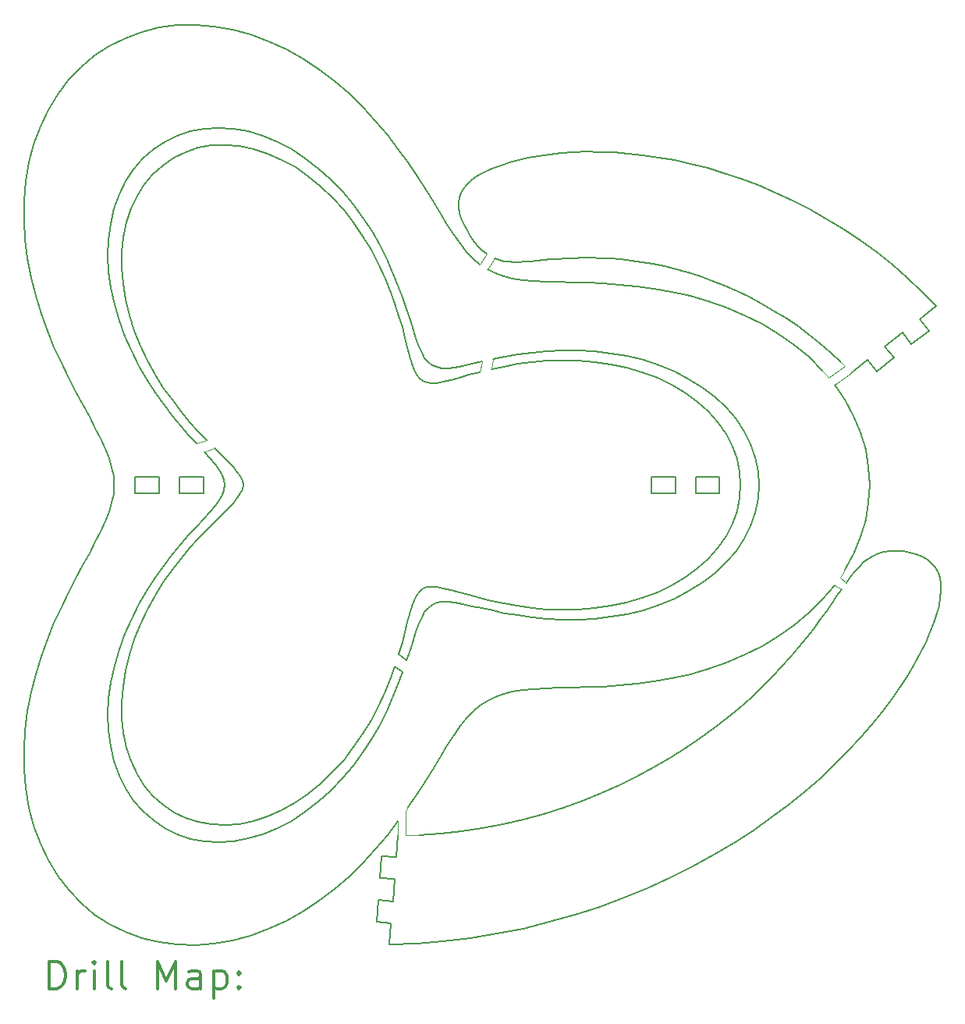
<source format=gbr>
%FSLAX45Y45*%
G04 Gerber Fmt 4.5, Leading zero omitted, Abs format (unit mm)*
G04 Created by KiCad (PCBNEW (5.1.4)-1) date 2019-12-24 18:48:48*
%MOMM*%
%LPD*%
G04 APERTURE LIST*
%ADD10C,0.188976*%
%ADD11C,0.050000*%
%ADD12C,0.200000*%
%ADD13C,0.300000*%
G04 APERTURE END LIST*
D10*
X5483718Y-8503694D02*
X5568275Y-8565787D01*
X5525000Y-8370000D02*
X5611367Y-8438976D01*
D11*
X6548641Y-5170314D02*
X6531378Y-5278054D01*
X6404773Y-5309245D02*
X6428207Y-5196396D01*
X3526121Y-6132586D02*
X3418000Y-6176000D01*
X3334000Y-6083000D02*
X3441508Y-6048070D01*
X10370000Y-5245000D02*
X10326000Y-5205000D01*
X10190000Y-5370000D02*
X10370000Y-5245000D01*
X10170000Y-5345000D02*
X10190000Y-5370000D01*
X5600000Y-10070000D02*
X5627782Y-10030289D01*
X5600000Y-10335000D02*
X5600000Y-10070000D01*
X5747871Y-10335958D02*
X5600000Y-10335000D01*
X5518769Y-10331495D02*
X5519767Y-10181364D01*
X10330994Y-7665315D02*
X10254700Y-7622003D01*
X10315000Y-7540000D02*
X10381584Y-7594593D01*
X10368149Y-7456574D02*
X10315000Y-7540000D01*
X10124133Y-5290504D02*
X10170000Y-5345000D01*
X10432000Y-5318000D02*
X10254700Y-5446155D01*
X6477270Y-4026808D02*
X6407595Y-4143349D01*
X6486421Y-4195810D02*
X6569818Y-4078710D01*
D10*
X7411848Y-4336723D02*
X7571781Y-4341271D01*
X9978086Y-5145753D02*
X10124133Y-5290504D01*
X10368150Y-5611585D02*
X10463037Y-5785472D01*
X8687125Y-4484079D02*
X8687125Y-4484079D01*
X8103390Y-4378450D02*
X8103390Y-4378450D01*
X7261796Y-4333188D02*
X7411848Y-4336723D01*
X7918548Y-4360444D02*
X8103390Y-4378450D01*
X10625406Y-6342399D02*
X10625406Y-6342399D01*
X9465843Y-4784879D02*
X9646944Y-4892382D01*
X10538146Y-5966334D02*
X10592505Y-6152553D01*
X10463037Y-5785472D02*
X10538146Y-5966334D01*
X9083095Y-4609157D02*
X9083095Y-4609157D01*
X6992512Y-4322076D02*
X6992512Y-4322076D01*
X10463037Y-5785472D02*
X10463037Y-5785472D01*
X10368150Y-5611585D02*
X10368150Y-5611585D01*
X9978086Y-5145753D02*
X9978086Y-5145753D01*
X9277179Y-4690496D02*
X9465843Y-4784879D01*
X8885718Y-4540543D02*
X8885718Y-4540543D01*
X6873225Y-4311072D02*
X6992512Y-4322076D01*
X7740972Y-4348600D02*
X7740972Y-4348600D01*
X7261796Y-4333188D02*
X7261796Y-4333188D01*
X6992512Y-4322076D02*
X7121984Y-4328888D01*
X7571781Y-4341271D02*
X7571781Y-4341271D01*
X10254700Y-5446155D02*
X10368150Y-5611585D01*
X9818376Y-5012820D02*
X9818376Y-5012820D01*
X9646944Y-4892382D02*
X9646944Y-4892382D01*
X9277179Y-4690496D02*
X9277179Y-4690496D01*
X7740972Y-4348600D02*
X7918548Y-4360444D01*
X8103390Y-4378450D02*
X8294163Y-4404156D01*
X7411848Y-4336723D02*
X7411848Y-4336723D01*
X7121984Y-4328888D02*
X7261796Y-4333188D01*
X10592505Y-6152553D02*
X10592505Y-6152553D01*
X8885718Y-4540543D02*
X9083095Y-4609157D01*
X10625406Y-6342399D02*
X10636421Y-6534079D01*
X7571781Y-4341271D02*
X7740972Y-4348600D01*
X9083095Y-4609157D02*
X9277179Y-4690496D01*
X6873225Y-4311072D02*
X6873225Y-4311072D01*
X9818376Y-5012820D02*
X9978086Y-5145753D01*
X6763716Y-4294299D02*
X6873225Y-4311072D01*
X8489315Y-4438958D02*
X8489315Y-4438958D01*
X7918548Y-4360444D02*
X7918548Y-4360444D01*
X10592505Y-6152553D02*
X10625406Y-6342399D01*
X9465843Y-4784879D02*
X9465843Y-4784879D01*
X8489315Y-4438958D02*
X8687125Y-4484079D01*
X8294163Y-4404156D02*
X8489315Y-4438958D01*
X8294163Y-4404156D02*
X8294163Y-4404156D01*
X7121984Y-4328888D02*
X7121984Y-4328888D01*
X8687125Y-4484079D02*
X8885718Y-4540543D01*
X9646944Y-4892382D02*
X9818376Y-5012820D01*
X10538146Y-5966334D02*
X10538146Y-5966334D01*
X5136422Y-2434079D02*
X5274401Y-2582826D01*
X6663350Y-4270315D02*
X6663350Y-4270315D01*
X6262480Y-4004910D02*
X6333434Y-4079838D01*
X5726825Y-3185733D02*
X5726825Y-3185733D01*
X6763716Y-4294299D02*
X6763716Y-4294299D01*
X6193201Y-3918460D02*
X6193201Y-3918460D01*
X4486562Y-1910090D02*
X4486562Y-1910090D01*
X4112892Y-1718757D02*
X4302911Y-1807002D01*
X6663350Y-4270315D02*
X6763716Y-4294299D01*
X6571268Y-4237845D02*
X6663350Y-4270315D01*
X6571268Y-4237845D02*
X6571268Y-4237845D01*
X6486421Y-4195810D02*
X6571268Y-4237845D01*
X5136422Y-2434079D02*
X5136422Y-2434079D01*
X5402119Y-2734435D02*
X5402119Y-2734435D01*
X5519766Y-2886793D02*
X5627782Y-3037870D01*
X6333434Y-4079838D02*
X6407595Y-4143349D01*
X5817768Y-3328590D02*
X5817768Y-3328590D01*
X5274401Y-2582826D02*
X5274401Y-2582826D01*
X4830115Y-2153698D02*
X4830115Y-2153698D01*
X5402119Y-2734435D02*
X5519766Y-2886793D01*
X6333434Y-4079838D02*
X6333434Y-4079838D01*
X4662634Y-2026285D02*
X4830115Y-2153698D01*
X3917913Y-1646911D02*
X4112892Y-1718757D01*
X4830115Y-2153698D02*
X4988227Y-2290327D01*
X3719536Y-1592807D02*
X3917913Y-1646911D01*
X6262480Y-4004910D02*
X6262480Y-4004910D01*
X6193201Y-3918460D02*
X6262480Y-4004910D01*
X5627782Y-3037870D02*
X5627782Y-3037870D01*
X5901673Y-3464823D02*
X5901673Y-3464823D01*
X5274401Y-2582826D02*
X5402119Y-2734435D01*
X4662634Y-2026285D02*
X4662634Y-2026285D01*
X6053392Y-3711937D02*
X6053392Y-3711937D01*
X5979761Y-3593004D02*
X6053392Y-3711937D01*
X6124026Y-3820656D02*
X6193201Y-3918460D01*
X6124026Y-3820656D02*
X6124026Y-3820656D01*
X6053392Y-3711937D02*
X6124026Y-3820656D01*
X5901673Y-3464823D02*
X5979761Y-3593004D01*
X4988227Y-2290327D02*
X5136422Y-2434079D01*
X5519766Y-2886793D02*
X5519766Y-2886793D01*
X5726825Y-3185733D02*
X5817768Y-3328590D01*
X5627782Y-3037870D02*
X5726825Y-3185733D01*
X4988227Y-2290327D02*
X4988227Y-2290327D01*
X4486562Y-1910090D02*
X4662634Y-2026285D01*
X4302911Y-1807002D02*
X4486562Y-1910090D01*
X4302911Y-1807002D02*
X4302911Y-1807002D01*
X4112892Y-1718757D02*
X4112892Y-1718757D01*
X3917913Y-1646911D02*
X3917913Y-1646911D01*
X5979761Y-3593004D02*
X5979761Y-3593004D01*
X5817768Y-3328590D02*
X5901673Y-3464823D01*
X2557928Y-1684639D02*
X2557928Y-1684639D01*
X2095742Y-5662178D02*
X2095742Y-5662178D01*
X1712983Y-4864357D02*
X1645547Y-4677949D01*
X2077968Y-1999735D02*
X2077968Y-1999735D01*
X1535321Y-4283862D02*
X1496054Y-4078620D01*
X2233889Y-5917126D02*
X2167707Y-5793896D01*
X1477994Y-3240017D02*
X1513263Y-3035235D01*
X1477994Y-3240017D02*
X1477994Y-3240017D01*
X1862935Y-5211504D02*
X1862935Y-5211504D01*
X1585717Y-4484079D02*
X1585717Y-4484079D01*
X1535321Y-4283862D02*
X1535321Y-4283862D01*
X3519451Y-1557558D02*
X3519451Y-1557558D01*
X3121425Y-1546791D02*
X3319462Y-1542022D01*
X2738792Y-1618208D02*
X2738792Y-1618208D01*
X1469451Y-3869869D02*
X1456859Y-3659290D01*
X1496054Y-4078620D02*
X1496054Y-4078620D01*
X3319462Y-1542022D02*
X3519451Y-1557558D01*
X1459408Y-3448699D02*
X1459408Y-3448699D01*
X2167707Y-5793896D02*
X2095742Y-5662178D01*
X2167707Y-5793896D02*
X2167707Y-5793896D01*
X2233889Y-5917126D02*
X2233889Y-5917126D01*
X1862935Y-5211504D02*
X1786106Y-5042422D01*
X2095742Y-5662178D02*
X2019713Y-5521399D01*
X3121425Y-1546791D02*
X3121425Y-1546791D01*
X2927240Y-1572176D02*
X3121425Y-1546791D01*
X2225929Y-1876319D02*
X2386422Y-1770939D01*
X1496054Y-4078620D02*
X1469451Y-3869869D01*
X1585717Y-4484079D02*
X1535321Y-4283862D01*
X1456859Y-3659290D02*
X1456859Y-3659290D01*
X2386422Y-1770939D02*
X2386422Y-1770939D01*
X1721654Y-2464517D02*
X1824801Y-2295398D01*
X1941467Y-5371211D02*
X1941467Y-5371211D01*
X1635113Y-2645481D02*
X1635113Y-2645481D01*
X1635113Y-2645481D02*
X1721654Y-2464517D01*
X2292726Y-6032658D02*
X2233889Y-5917126D01*
X1456859Y-3659290D02*
X1459408Y-3448699D01*
X1459408Y-3448699D02*
X1477994Y-3240017D01*
X2019713Y-5521399D02*
X2019713Y-5521399D01*
X1565598Y-2836383D02*
X1635113Y-2645481D01*
X1941467Y-5371211D02*
X1862935Y-5211504D01*
X1943879Y-2139919D02*
X2077968Y-1999735D01*
X1721654Y-2464517D02*
X1721654Y-2464517D01*
X1943879Y-2139919D02*
X1943879Y-2139919D01*
X2225929Y-1876319D02*
X2225929Y-1876319D01*
X1786106Y-5042422D02*
X1712983Y-4864357D01*
X1712983Y-4864357D02*
X1712983Y-4864357D01*
X2738792Y-1618208D02*
X2927240Y-1572176D01*
X1824801Y-2295398D02*
X1824801Y-2295398D01*
X2386422Y-1770939D02*
X2557928Y-1684639D01*
X1513263Y-3035235D02*
X1565598Y-2836383D01*
X2019713Y-5521399D02*
X1941467Y-5371211D01*
X1786106Y-5042422D02*
X1786106Y-5042422D01*
X1645547Y-4677949D02*
X1645547Y-4677949D01*
X3719536Y-1592807D02*
X3719536Y-1592807D01*
X3519451Y-1557558D02*
X3719536Y-1592807D01*
X1645547Y-4677949D02*
X1585717Y-4484079D01*
X3319462Y-1542022D02*
X3319462Y-1542022D01*
X1824801Y-2295398D02*
X1943879Y-2139919D01*
X1565598Y-2836383D02*
X1565598Y-2836383D01*
X2927240Y-1572176D02*
X2927240Y-1572176D01*
X2077968Y-1999735D02*
X2225929Y-1876319D01*
X1513263Y-3035235D02*
X1513263Y-3035235D01*
X1469451Y-3869869D02*
X1469451Y-3869869D01*
X2557928Y-1684639D02*
X2738792Y-1618208D01*
X1456859Y-9408868D02*
X1469452Y-9198288D01*
X2342839Y-6926691D02*
X2342839Y-6926691D01*
X1635112Y-10422676D02*
X1565597Y-10231775D01*
X1824801Y-10772760D02*
X1721654Y-10603641D01*
X1585717Y-8584079D02*
X1585717Y-8584079D01*
X1459408Y-9619460D02*
X1456859Y-9408868D01*
X2342839Y-6141466D02*
X2292726Y-6032658D01*
X1535321Y-8784296D02*
X1585717Y-8584079D01*
X2383067Y-6244690D02*
X2383067Y-6244690D01*
X2436421Y-6534079D02*
X2430402Y-6439583D01*
X1862935Y-7856654D02*
X1862935Y-7856654D01*
X2412480Y-6724556D02*
X2412480Y-6724556D01*
X1786107Y-8025735D02*
X1862935Y-7856654D01*
X1941467Y-7696947D02*
X1941467Y-7696947D01*
X1513263Y-10032923D02*
X1513263Y-10032923D01*
X2412480Y-6343603D02*
X2412480Y-6343603D01*
X1565597Y-10231775D02*
X1513263Y-10032923D01*
X2430402Y-6628575D02*
X2436421Y-6534079D01*
X1635112Y-10422676D02*
X1635112Y-10422676D01*
X2167708Y-7274262D02*
X2167708Y-7274262D01*
X2383067Y-6823468D02*
X2383067Y-6823468D01*
X1496055Y-8989537D02*
X1496055Y-8989537D01*
X1459408Y-9619460D02*
X1459408Y-9619460D01*
X1513263Y-10032923D02*
X1477994Y-9828142D01*
X1469452Y-9198288D02*
X1469452Y-9198288D01*
X2430402Y-6439583D02*
X2430402Y-6439583D01*
X2430402Y-6628575D02*
X2430402Y-6628575D01*
X2383067Y-6823468D02*
X2412480Y-6724556D01*
X2167708Y-7274262D02*
X2233889Y-7151031D01*
X2292725Y-7035500D02*
X2292725Y-7035500D01*
X2233889Y-7151031D02*
X2292725Y-7035500D01*
X1496055Y-8989537D02*
X1535321Y-8784296D01*
X1585717Y-8584079D02*
X1645546Y-8390210D01*
X1456859Y-9408868D02*
X1456859Y-9408868D01*
X1477994Y-9828142D02*
X1459408Y-9619460D01*
X2233889Y-7151031D02*
X2233889Y-7151031D01*
X2095742Y-7405980D02*
X2167708Y-7274262D01*
X1941467Y-7696947D02*
X2019713Y-7546759D01*
X1721654Y-10603641D02*
X1635112Y-10422676D01*
X1943878Y-10928238D02*
X1824801Y-10772760D01*
X1469452Y-9198288D02*
X1496055Y-8989537D01*
X2292726Y-6032658D02*
X2292726Y-6032658D01*
X2412480Y-6724556D02*
X2430402Y-6628575D01*
X2342839Y-6141466D02*
X2342839Y-6141466D01*
X2412480Y-6343603D02*
X2383067Y-6244690D01*
X2383067Y-6244690D02*
X2342839Y-6141466D01*
X1712984Y-8203801D02*
X1712984Y-8203801D01*
X1535321Y-8784296D02*
X1535321Y-8784296D01*
X1721654Y-10603641D02*
X1721654Y-10603641D01*
X2436421Y-6534079D02*
X2436421Y-6534079D01*
X1786107Y-8025735D02*
X1786107Y-8025735D01*
X1565597Y-10231775D02*
X1565597Y-10231775D01*
X1712984Y-8203801D02*
X1786107Y-8025735D01*
X2430402Y-6439583D02*
X2412480Y-6343603D01*
X2095742Y-7405980D02*
X2095742Y-7405980D01*
X1862935Y-7856654D02*
X1941467Y-7696947D01*
X1645546Y-8390210D02*
X1712984Y-8203801D01*
X1645546Y-8390210D02*
X1645546Y-8390210D01*
X1477994Y-9828142D02*
X1477994Y-9828142D01*
X2019713Y-7546759D02*
X2095742Y-7405980D01*
X2342839Y-6926691D02*
X2383067Y-6823468D01*
X2292725Y-7035500D02*
X2342839Y-6926691D01*
X2019713Y-7546759D02*
X2019713Y-7546759D01*
X1824801Y-10772760D02*
X1824801Y-10772760D01*
X2927240Y-11495982D02*
X2738792Y-11449948D01*
X3917914Y-11421248D02*
X3917914Y-11421248D01*
X5726826Y-9882426D02*
X5627782Y-10030289D01*
X4302910Y-11261156D02*
X4112893Y-11349401D01*
X5817769Y-9739568D02*
X5726826Y-9882426D01*
X6333435Y-8988320D02*
X6262480Y-9063248D01*
X5817769Y-9739568D02*
X5817769Y-9739568D01*
X6333435Y-8988320D02*
X6333435Y-8988320D01*
X4486563Y-11158068D02*
X4302910Y-11261156D01*
X5979761Y-9475153D02*
X5901673Y-9603335D01*
X6053391Y-9356222D02*
X5979761Y-9475153D01*
X3519451Y-11510600D02*
X3519451Y-11510600D01*
X6053391Y-9356222D02*
X6053391Y-9356222D01*
X1943878Y-10928238D02*
X1943878Y-10928238D01*
X2738792Y-11449948D02*
X2738792Y-11449948D01*
X5726826Y-9882426D02*
X5726826Y-9882426D01*
X3319462Y-11526135D02*
X3121426Y-11521367D01*
X2077968Y-11068424D02*
X1943878Y-10928238D01*
X2077968Y-11068424D02*
X2077968Y-11068424D01*
X5136422Y-10634079D02*
X5136422Y-10634079D01*
X4112893Y-11349401D02*
X4112893Y-11349401D01*
X4662633Y-11041873D02*
X4662633Y-11041873D01*
X4830116Y-10914459D02*
X4662633Y-11041873D01*
X2225929Y-11191839D02*
X2077968Y-11068424D01*
X2225929Y-11191839D02*
X2225929Y-11191839D01*
X4302910Y-11261156D02*
X4302910Y-11261156D01*
X5402119Y-10333724D02*
X5274402Y-10485331D01*
X2386421Y-11297218D02*
X2225929Y-11191839D01*
X2927240Y-11495982D02*
X2927240Y-11495982D01*
X2386421Y-11297218D02*
X2386421Y-11297218D01*
X3719534Y-11475351D02*
X3719534Y-11475351D01*
X5274402Y-10485331D02*
X5136422Y-10634079D01*
X6262480Y-9063248D02*
X6262480Y-9063248D01*
X5901673Y-9603335D02*
X5817769Y-9739568D01*
X2557928Y-11383519D02*
X2557928Y-11383519D01*
X2557928Y-11383519D02*
X2386421Y-11297218D01*
X3121426Y-11521367D02*
X3121426Y-11521367D01*
X4112893Y-11349401D02*
X3917914Y-11421248D01*
X5274402Y-10485331D02*
X5274402Y-10485331D01*
X4486563Y-11158068D02*
X4486563Y-11158068D01*
X5901673Y-9603335D02*
X5901673Y-9603335D01*
X5519767Y-10181364D02*
X5402119Y-10333724D01*
X3121426Y-11521367D02*
X2927240Y-11495982D01*
X4662633Y-11041873D02*
X4486563Y-11158068D01*
X6193201Y-9149699D02*
X6124027Y-9247502D01*
X6407595Y-8924809D02*
X6333435Y-8988320D01*
X5402119Y-10333724D02*
X5402119Y-10333724D01*
X6124027Y-9247502D02*
X6053391Y-9356222D01*
X4988227Y-10777832D02*
X4988227Y-10777832D01*
X6124027Y-9247502D02*
X6124027Y-9247502D01*
X2738792Y-11449948D02*
X2557928Y-11383519D01*
X3319462Y-11526135D02*
X3319462Y-11526135D01*
X3917914Y-11421248D02*
X3719534Y-11475351D01*
X6193201Y-9149699D02*
X6193201Y-9149699D01*
X5979761Y-9475153D02*
X5979761Y-9475153D01*
X6262480Y-9063248D02*
X6193201Y-9149699D01*
X4988227Y-10777832D02*
X4830116Y-10914459D01*
X3519451Y-11510600D02*
X3319462Y-11526135D01*
X3719534Y-11475351D02*
X3519451Y-11510600D01*
X4830116Y-10914459D02*
X4830116Y-10914459D01*
X5136422Y-10634079D02*
X4988227Y-10777832D01*
X7411849Y-8731435D02*
X7411849Y-8731435D01*
X8687125Y-8584079D02*
X8687125Y-8584079D01*
X9818377Y-8055338D02*
X9646946Y-8175776D01*
X9978088Y-7922404D02*
X9978088Y-7922404D01*
X6663350Y-8797843D02*
X6663350Y-8797843D01*
X7740973Y-8719556D02*
X7740973Y-8719556D01*
X7740973Y-8719556D02*
X7571782Y-8726888D01*
X10124132Y-7777655D02*
X10124132Y-7777655D01*
X7918547Y-8707714D02*
X7740973Y-8719556D01*
X6571268Y-8830312D02*
X6486421Y-8872347D01*
X9465842Y-8283279D02*
X9277179Y-8377663D01*
X6992512Y-8746082D02*
X6873225Y-8757086D01*
X6992512Y-8746082D02*
X6992512Y-8746082D01*
X8687125Y-8584079D02*
X8489315Y-8629200D01*
X9083095Y-8459000D02*
X9083095Y-8459000D01*
X6763717Y-8773859D02*
X6663350Y-8797843D01*
X7261796Y-8734969D02*
X7121984Y-8739269D01*
X10592505Y-6915605D02*
X10538146Y-7101823D01*
X9978088Y-7922404D02*
X9818377Y-8055338D01*
X6873225Y-8757086D02*
X6873225Y-8757086D01*
X8103391Y-8689709D02*
X7918547Y-8707714D01*
X10124132Y-7777655D02*
X9978088Y-7922404D01*
X10625406Y-6725758D02*
X10625406Y-6725758D01*
X6663350Y-8797843D02*
X6571268Y-8830312D01*
X8885717Y-8527615D02*
X8687125Y-8584079D01*
X7918547Y-8707714D02*
X7918547Y-8707714D01*
X6763717Y-8773859D02*
X6763717Y-8773859D01*
X10592505Y-6915605D02*
X10592505Y-6915605D01*
X9646946Y-8175776D02*
X9465842Y-8283279D01*
X7261796Y-8734969D02*
X7261796Y-8734969D01*
X8489315Y-8629200D02*
X8294162Y-8664002D01*
X7571782Y-8726888D02*
X7571782Y-8726888D01*
X8103391Y-8689709D02*
X8103391Y-8689709D01*
X9818377Y-8055338D02*
X9818377Y-8055338D01*
X10625406Y-6725758D02*
X10592505Y-6915605D01*
X8294162Y-8664002D02*
X8103391Y-8689709D01*
X9083095Y-8459000D02*
X8885717Y-8527615D01*
X10254700Y-7622003D02*
X10124132Y-7777655D01*
X6407595Y-8924809D02*
X6407595Y-8924809D01*
X6486421Y-8872347D02*
X6407595Y-8924809D01*
X6486421Y-8872347D02*
X6486421Y-8872347D01*
X7411849Y-8731435D02*
X7261796Y-8734969D01*
X8885717Y-8527615D02*
X8885717Y-8527615D01*
X8294162Y-8664002D02*
X8294162Y-8664002D01*
X6571268Y-8830312D02*
X6571268Y-8830312D01*
X10636421Y-6534079D02*
X10625406Y-6725758D01*
X7121984Y-8739269D02*
X6992512Y-8746082D01*
X10538146Y-7101823D02*
X10463037Y-7282686D01*
X6873225Y-8757086D02*
X6763717Y-8773859D01*
X9277179Y-8377663D02*
X9083095Y-8459000D01*
X7121984Y-8739269D02*
X7121984Y-8739269D01*
X7571782Y-8726888D02*
X7411849Y-8731435D01*
X8489315Y-8629200D02*
X8489315Y-8629200D01*
X9646946Y-8175776D02*
X9646946Y-8175776D01*
X10463037Y-7282686D02*
X10463037Y-7282686D01*
X9277179Y-8377663D02*
X9277179Y-8377663D01*
X9465842Y-8283279D02*
X9465842Y-8283279D01*
X10463037Y-7282686D02*
X10368149Y-7456574D01*
X10538146Y-7101823D02*
X10538146Y-7101823D01*
X5992318Y-5265159D02*
X5992318Y-5265159D01*
X9186381Y-5819958D02*
X9186381Y-5819958D01*
X8959778Y-5580805D02*
X8959778Y-5580805D01*
X7132570Y-5083792D02*
X7299318Y-5075187D01*
X6221167Y-5241330D02*
X6221167Y-5241330D01*
X9080922Y-5695644D02*
X9080922Y-5695644D01*
X8959778Y-5580805D02*
X9080922Y-5695644D01*
X8824572Y-5476514D02*
X8959778Y-5580805D01*
X8004542Y-5135198D02*
X8004542Y-5135198D01*
X5844229Y-5202886D02*
X5844229Y-5202886D01*
X8353223Y-5234402D02*
X8519312Y-5302802D01*
X7826181Y-5103904D02*
X7826181Y-5103904D01*
X7471657Y-5074857D02*
X7647894Y-5084074D01*
X6319028Y-5220662D02*
X6428207Y-5196396D01*
X6680007Y-5144228D02*
X6821720Y-5119946D01*
X6319028Y-5220662D02*
X6319028Y-5220662D01*
X5935365Y-5255503D02*
X5992318Y-5265159D01*
X6221167Y-5241330D02*
X6319028Y-5220662D01*
X5807389Y-5158391D02*
X5807389Y-5158391D01*
X6134431Y-5256685D02*
X6221167Y-5241330D01*
X8824572Y-5476514D02*
X8824572Y-5476514D01*
X8677109Y-5383636D02*
X8677109Y-5383636D01*
X8180924Y-5178575D02*
X8353223Y-5234402D01*
X7299318Y-5075187D02*
X7471657Y-5074857D01*
X8004542Y-5135198D02*
X8180924Y-5178575D01*
X6821720Y-5119946D02*
X6821720Y-5119946D01*
X6058374Y-5265119D02*
X6058374Y-5265119D01*
X5886421Y-5235041D02*
X5935365Y-5255503D01*
X5844229Y-5202886D02*
X5886421Y-5235041D01*
X6972935Y-5099238D02*
X6972935Y-5099238D01*
X7647894Y-5084074D02*
X7826181Y-5103904D01*
X8677109Y-5383636D02*
X8824572Y-5476514D01*
X6058374Y-5265119D02*
X6134431Y-5256685D01*
X6134431Y-5256685D02*
X6134431Y-5256685D01*
X6821720Y-5119946D02*
X6972935Y-5099238D01*
X8519312Y-5302802D02*
X8677109Y-5383636D01*
X7471657Y-5074857D02*
X7471657Y-5074857D01*
X6680007Y-5144228D02*
X6680007Y-5144228D01*
X6972935Y-5099238D02*
X7132570Y-5083792D01*
X8353223Y-5234402D02*
X8353223Y-5234402D01*
X7647894Y-5084074D02*
X7647894Y-5084074D01*
X5992318Y-5265159D02*
X6058374Y-5265119D01*
X5935365Y-5255503D02*
X5935365Y-5255503D01*
X9426137Y-6384274D02*
X9436421Y-6534079D01*
X9426137Y-6384274D02*
X9426137Y-6384274D01*
X9395428Y-6236256D02*
X9426137Y-6384274D01*
X9274715Y-5952475D02*
X9274715Y-5952475D01*
X7826181Y-5103904D02*
X8004542Y-5135198D01*
X5807389Y-5158391D02*
X5844229Y-5202886D01*
X9395428Y-6236256D02*
X9395428Y-6236256D01*
X9344720Y-6091764D02*
X9395428Y-6236256D01*
X9344720Y-6091764D02*
X9344720Y-6091764D01*
X9274715Y-5952475D02*
X9344720Y-6091764D01*
X6548641Y-5170314D02*
X6680007Y-5144228D01*
X9186381Y-5819958D02*
X9274715Y-5952475D01*
X9080922Y-5695644D02*
X9186381Y-5819958D01*
X8180924Y-5178575D02*
X8180924Y-5178575D01*
X7299318Y-5075187D02*
X7299318Y-5075187D01*
X5886421Y-5235041D02*
X5886421Y-5235041D01*
X8519312Y-5302802D02*
X8519312Y-5302802D01*
X7132570Y-5083792D02*
X7132570Y-5083792D01*
X6659822Y-10213366D02*
X6659822Y-10213366D01*
X6881849Y-10160695D02*
X6659822Y-10213366D01*
X6434640Y-10257582D02*
X6207062Y-10292961D01*
X6659822Y-10213366D02*
X6434640Y-10257582D01*
X5977870Y-10319174D02*
X5977870Y-10319174D01*
X6207062Y-10292961D02*
X5977870Y-10319174D01*
X6207062Y-10292961D02*
X6207062Y-10292961D01*
X6881849Y-10160695D02*
X6881849Y-10160695D01*
X5977870Y-10319174D02*
X5747871Y-10335958D01*
X6434640Y-10257582D02*
X6434640Y-10257582D01*
X2438070Y-3537255D02*
X2438070Y-3537255D01*
X2369768Y-4042973D02*
X2376471Y-3868825D01*
X2399188Y-3699590D02*
X2438070Y-3537255D01*
X3249256Y-5992943D02*
X3249256Y-5992943D01*
X3609556Y-6427310D02*
X3576493Y-6370124D01*
X2882361Y-5530506D02*
X2791536Y-5390402D01*
X2975556Y-5661032D02*
X2975556Y-5661032D01*
X2378662Y-4220044D02*
X2378662Y-4220044D01*
X3576493Y-6370124D02*
X3576493Y-6370124D01*
X3576493Y-6370124D02*
X3531161Y-6308474D01*
X2440272Y-4575211D02*
X2402472Y-4398084D01*
X2552979Y-4919765D02*
X2490899Y-4749651D01*
X3249256Y-5992943D02*
X3160981Y-5892219D01*
X3636421Y-6534079D02*
X3629671Y-6481462D01*
X2376471Y-3868825D02*
X2399188Y-3699590D01*
X2378662Y-4220044D02*
X2369768Y-4042973D01*
X2402472Y-4398084D02*
X2402472Y-4398084D01*
X2490899Y-4749651D02*
X2440272Y-4575211D01*
X2440272Y-4575211D02*
X2440272Y-4575211D01*
X2705085Y-5241314D02*
X2624948Y-5084079D01*
X3629671Y-6481462D02*
X3609556Y-6427310D01*
X2705085Y-5241314D02*
X2705085Y-5241314D01*
X3069098Y-5781634D02*
X3069098Y-5781634D01*
X2624948Y-5084079D02*
X2624948Y-5084079D01*
X3160981Y-5892219D02*
X3160981Y-5892219D01*
X3334000Y-6083000D02*
X3249256Y-5992943D01*
X3636421Y-6534079D02*
X3636421Y-6534079D01*
X3474495Y-6241036D02*
X3418000Y-6176000D01*
X3629671Y-6481462D02*
X3629671Y-6481462D01*
X3474495Y-6241036D02*
X3474495Y-6241036D01*
X2791536Y-5390402D02*
X2705085Y-5241314D01*
X2492999Y-3383770D02*
X2563594Y-3241011D01*
X2492999Y-3383770D02*
X2492999Y-3383770D01*
X2438070Y-3537255D02*
X2492999Y-3383770D01*
X2376471Y-3868825D02*
X2376471Y-3868825D01*
X2402472Y-4398084D02*
X2378662Y-4220044D01*
X3531161Y-6308474D02*
X3531161Y-6308474D01*
X2552979Y-4919765D02*
X2552979Y-4919765D01*
X2369768Y-4042973D02*
X2369768Y-4042973D01*
X2624948Y-5084079D02*
X2552979Y-4919765D01*
X2791536Y-5390402D02*
X2791536Y-5390402D01*
X2882361Y-5530506D02*
X2882361Y-5530506D01*
X3609556Y-6427310D02*
X3609556Y-6427310D01*
X2975556Y-5661032D02*
X2882361Y-5530506D01*
X3069098Y-5781634D02*
X2975556Y-5661032D01*
X3160981Y-5892219D02*
X3069098Y-5781634D01*
X3531161Y-6308474D02*
X3474495Y-6241036D01*
X2399188Y-3699590D02*
X2399188Y-3699590D01*
X2490899Y-4749651D02*
X2490899Y-4749651D01*
X3264837Y-10371396D02*
X3264837Y-10371396D01*
X2492999Y-9684387D02*
X2438069Y-9530902D01*
X2791537Y-7677756D02*
X2791537Y-7677756D01*
X2861832Y-10174181D02*
X2749000Y-10073578D01*
X2649221Y-9957418D02*
X2563595Y-9827147D01*
X3629671Y-6586696D02*
X3636421Y-6534079D01*
X3629671Y-6586696D02*
X3629671Y-6586696D01*
X3609557Y-6640848D02*
X3629671Y-6586696D01*
X2438069Y-9530902D02*
X2399188Y-9368567D01*
X3474494Y-6827122D02*
X3531161Y-6759684D01*
X3531161Y-6759684D02*
X3576493Y-6698034D01*
X3609557Y-6640848D02*
X3609557Y-6640848D01*
X3576493Y-6698034D02*
X3609557Y-6640848D01*
X3576493Y-6698034D02*
X3576493Y-6698034D01*
X2563595Y-9827147D02*
X2492999Y-9684387D01*
X2399188Y-9368567D02*
X2376471Y-9199333D01*
X2861832Y-10174181D02*
X2861832Y-10174181D01*
X3531161Y-6759684D02*
X3531161Y-6759684D01*
X2749000Y-10073578D02*
X2749000Y-10073578D01*
X3160981Y-7175939D02*
X3160981Y-7175939D01*
X2705084Y-7826844D02*
X2791537Y-7677756D01*
X3474494Y-6827122D02*
X3474494Y-6827122D01*
X3249256Y-7075215D02*
X3249256Y-7075215D01*
X3407667Y-6901537D02*
X3474494Y-6827122D01*
X3069098Y-7286523D02*
X3160981Y-7175939D01*
X3069098Y-7286523D02*
X3069098Y-7286523D01*
X2402472Y-8670075D02*
X2440272Y-8492946D01*
X2649221Y-9957418D02*
X2649221Y-9957418D01*
X3407667Y-6901537D02*
X3407667Y-6901537D01*
X3332063Y-6983956D02*
X3407667Y-6901537D01*
X2402472Y-8670075D02*
X2402472Y-8670075D01*
X3332063Y-6983956D02*
X3332063Y-6983956D01*
X3160981Y-7175939D02*
X3249256Y-7075215D01*
X2882362Y-7537651D02*
X2882362Y-7537651D01*
X2749000Y-10073578D02*
X2649221Y-9957418D01*
X2552979Y-8148393D02*
X2624948Y-7984079D01*
X2563595Y-9827147D02*
X2563595Y-9827147D01*
X2975556Y-7407126D02*
X3069098Y-7286523D01*
X2440272Y-8492946D02*
X2490900Y-8318505D01*
X2378662Y-8848115D02*
X2402472Y-8670075D01*
X3249256Y-7075215D02*
X3332063Y-6983956D01*
X2552979Y-8148393D02*
X2552979Y-8148393D01*
X3264837Y-10371396D02*
X3121294Y-10323982D01*
X2376471Y-9199333D02*
X2376471Y-9199333D01*
X2369768Y-9025185D02*
X2369768Y-9025185D01*
X2975556Y-7407126D02*
X2975556Y-7407126D01*
X2705084Y-7826844D02*
X2705084Y-7826844D01*
X2440272Y-8492946D02*
X2440272Y-8492946D01*
X2624948Y-7984079D02*
X2624948Y-7984079D01*
X2378662Y-8848115D02*
X2378662Y-8848115D01*
X3121294Y-10323982D02*
X3121294Y-10323982D01*
X2882362Y-7537651D02*
X2975556Y-7407126D01*
X2791537Y-7677756D02*
X2882362Y-7537651D01*
X2624948Y-7984079D02*
X2705084Y-7826844D01*
X2490900Y-8318505D02*
X2552979Y-8148393D01*
X2490900Y-8318505D02*
X2490900Y-8318505D01*
X2376471Y-9199333D02*
X2369768Y-9025185D01*
X2986421Y-10257988D02*
X2861832Y-10174181D01*
X2369768Y-9025185D02*
X2378662Y-8848115D01*
X2986421Y-10257988D02*
X2986421Y-10257988D01*
X2399188Y-9368567D02*
X2399188Y-9368567D01*
X2492999Y-9684387D02*
X2492999Y-9684387D01*
X2438069Y-9530902D02*
X2438069Y-9530902D01*
X3121294Y-10323982D02*
X2986421Y-10257988D01*
X4208220Y-10256892D02*
X4208220Y-10256892D01*
X3570954Y-10408747D02*
X3415324Y-10399728D01*
X4913823Y-9717382D02*
X4788067Y-9848447D01*
X5318411Y-9136643D02*
X5318411Y-9136643D01*
X5648996Y-8321635D02*
X5611367Y-8438976D01*
X6134431Y-7811469D02*
X6058375Y-7803035D01*
X5743672Y-8037073D02*
X5713602Y-8119867D01*
X5030106Y-9578563D02*
X5030106Y-9578563D01*
X6058375Y-7803035D02*
X6058375Y-7803035D01*
X6134431Y-7811469D02*
X6134431Y-7811469D01*
X5611367Y-8438976D02*
X5611367Y-8438976D01*
X3729886Y-10398505D02*
X3570954Y-10408747D01*
X5460774Y-8841963D02*
X5460774Y-8841963D01*
X3729886Y-10398505D02*
X3729886Y-10398505D01*
X3890272Y-10369332D02*
X3890272Y-10369332D01*
X4362387Y-10175624D02*
X4208220Y-10256892D01*
X4050299Y-10321837D02*
X3890272Y-10369332D01*
X5318411Y-9136643D02*
X5232523Y-9286058D01*
X4050299Y-10321837D02*
X4050299Y-10321837D01*
X4208220Y-10256892D02*
X4050299Y-10321837D01*
X4511288Y-10079387D02*
X4511288Y-10079387D01*
X4653570Y-9969746D02*
X4511288Y-10079387D01*
X4653570Y-9969746D02*
X4653570Y-9969746D01*
X4788067Y-9848447D02*
X4653570Y-9969746D01*
X5136422Y-9434079D02*
X5136422Y-9434079D01*
X5232523Y-9286058D02*
X5232523Y-9286058D01*
X5394333Y-8987935D02*
X5394333Y-8987935D01*
X5682571Y-8214950D02*
X5682571Y-8214950D01*
X5992318Y-7802994D02*
X5935364Y-7812651D01*
X5394333Y-8987935D02*
X5318411Y-9136643D01*
X5518448Y-8700652D02*
X5460774Y-8841963D01*
X5886421Y-7833113D02*
X5844229Y-7865268D01*
X5518448Y-8700652D02*
X5518448Y-8700652D01*
X5682571Y-8214950D02*
X5648996Y-8321635D01*
X5935364Y-7812651D02*
X5935364Y-7812651D01*
X5807389Y-7909763D02*
X5807389Y-7909763D01*
X5844229Y-7865268D02*
X5844229Y-7865268D01*
X5886421Y-7833113D02*
X5886421Y-7833113D01*
X6058375Y-7803035D02*
X5992318Y-7802994D01*
X5743672Y-8037073D02*
X5743672Y-8037073D01*
X5844229Y-7865268D02*
X5807389Y-7909763D01*
X5774396Y-7966990D02*
X5743672Y-8037073D01*
X5713602Y-8119867D02*
X5682571Y-8214950D01*
X3415324Y-10399728D02*
X3264837Y-10371396D01*
X3415324Y-10399728D02*
X3415324Y-10399728D01*
X5568275Y-8565787D02*
X5568275Y-8565787D01*
X5807389Y-7909763D02*
X5774396Y-7966990D01*
X5648996Y-8321635D02*
X5648996Y-8321635D01*
X4362387Y-10175624D02*
X4362387Y-10175624D01*
X3570954Y-10408747D02*
X3570954Y-10408747D01*
X3890272Y-10369332D02*
X3729886Y-10398505D01*
X4788067Y-9848447D02*
X4788067Y-9848447D01*
X4913823Y-9717382D02*
X4913823Y-9717382D01*
X5030106Y-9578563D02*
X4913823Y-9717382D01*
X5136422Y-9434079D02*
X5030106Y-9578563D01*
X5232523Y-9286058D02*
X5136422Y-9434079D01*
X5774396Y-7966990D02*
X5774396Y-7966990D01*
X5935364Y-7812651D02*
X5886421Y-7833113D01*
X5568275Y-8565787D02*
X5518448Y-8700652D01*
X5713602Y-8119867D02*
X5713602Y-8119867D01*
X4511288Y-10079387D02*
X4362387Y-10175624D01*
X5460774Y-8841963D02*
X5394333Y-8987935D01*
X5992318Y-7802994D02*
X5992318Y-7802994D01*
X7471657Y-7993297D02*
X7471657Y-7993297D01*
X9076662Y-5980314D02*
X9145815Y-6112674D01*
X9274715Y-7115678D02*
X9186379Y-7248196D01*
X7826179Y-7964249D02*
X7647895Y-7984079D01*
X8004542Y-7932954D02*
X7826179Y-7964249D01*
X9226259Y-6391258D02*
X9236421Y-6534079D01*
X9344720Y-6976389D02*
X9274715Y-7115678D01*
X9344720Y-6976389D02*
X9344720Y-6976389D01*
X9426137Y-6683879D02*
X9426137Y-6683879D01*
X9426137Y-6683879D02*
X9395428Y-6831898D01*
X6319027Y-7847491D02*
X6319027Y-7847491D01*
X7132571Y-7984363D02*
X7132571Y-7984363D01*
X6548642Y-7897840D02*
X6548642Y-7897840D01*
X6972935Y-7968916D02*
X6821719Y-7948208D01*
X7647895Y-7984079D02*
X7647895Y-7984079D01*
X9274715Y-7115678D02*
X9274715Y-7115678D01*
X8677109Y-7684518D02*
X8677109Y-7684518D01*
X9076662Y-5980314D02*
X9076662Y-5980314D01*
X9226259Y-6391258D02*
X9226259Y-6391258D01*
X8180924Y-7889579D02*
X8180924Y-7889579D01*
X8353222Y-7833751D02*
X8180924Y-7889579D01*
X6428206Y-7871757D02*
X6428206Y-7871757D01*
X6680008Y-7923926D02*
X6680008Y-7923926D01*
X7826179Y-7964249D02*
X7826179Y-7964249D01*
X8959777Y-7487349D02*
X8824574Y-7591640D01*
X9145815Y-6112674D02*
X9195915Y-6250212D01*
X6821719Y-7948208D02*
X6821719Y-7948208D01*
X8989419Y-5854692D02*
X8989419Y-5854692D01*
X7299317Y-7992966D02*
X7299317Y-7992966D01*
X8824574Y-7591640D02*
X8677109Y-7684518D01*
X9395428Y-6831898D02*
X9344720Y-6976389D01*
X9195915Y-6250212D02*
X9195915Y-6250212D01*
X9195915Y-6250212D02*
X9226259Y-6391258D01*
X7647895Y-7984079D02*
X7471657Y-7993297D01*
X8004542Y-7932954D02*
X8004542Y-7932954D01*
X8824574Y-7591640D02*
X8824574Y-7591640D01*
X9186379Y-7248196D02*
X9080923Y-7372509D01*
X9436421Y-6534079D02*
X9426137Y-6683879D01*
X8180924Y-7889579D02*
X8004542Y-7932954D01*
X9395428Y-6831898D02*
X9395428Y-6831898D01*
X9080923Y-7372509D02*
X8959777Y-7487349D01*
X9145815Y-6112674D02*
X9145815Y-6112674D01*
X8989419Y-5854692D02*
X9076662Y-5980314D01*
X9080923Y-7372509D02*
X9080923Y-7372509D01*
X9186379Y-7248196D02*
X9186379Y-7248196D01*
X6821719Y-7948208D02*
X6680008Y-7923926D01*
X6428206Y-7871757D02*
X6319027Y-7847491D01*
X6221167Y-7826824D02*
X6134431Y-7811469D01*
X8959777Y-7487349D02*
X8959777Y-7487349D01*
X6221167Y-7826824D02*
X6221167Y-7826824D01*
X8519315Y-7765351D02*
X8519315Y-7765351D01*
X6319027Y-7847491D02*
X6221167Y-7826824D01*
X6972935Y-7968916D02*
X6972935Y-7968916D01*
X6548642Y-7897840D02*
X6428206Y-7871757D01*
X6680008Y-7923926D02*
X6548642Y-7897840D01*
X7132571Y-7984363D02*
X6972935Y-7968916D01*
X7471657Y-7993297D02*
X7299317Y-7992966D01*
X8519315Y-7765351D02*
X8353222Y-7833751D01*
X7299317Y-7992966D02*
X7132571Y-7984363D01*
X8885293Y-5737231D02*
X8989419Y-5854692D01*
X8353222Y-7833751D02*
X8353222Y-7833751D01*
X8677109Y-7684518D02*
X8519315Y-7765351D01*
X5562983Y-4823237D02*
X5593869Y-4938771D01*
X5750335Y-5379476D02*
X5786421Y-5408246D01*
X5693049Y-5283873D02*
X5719715Y-5338150D01*
X5693049Y-5283873D02*
X5693049Y-5283873D01*
X5940817Y-5426923D02*
X6011299Y-5414287D01*
X8765718Y-5629194D02*
X8885293Y-5737231D01*
X6289275Y-5340265D02*
X6404773Y-5309245D01*
X8632320Y-5531646D02*
X8632320Y-5531646D01*
X8486897Y-5445443D02*
X8632320Y-5531646D01*
X6970766Y-5201349D02*
X6970766Y-5201349D01*
X8331374Y-5371211D02*
X8331374Y-5371211D01*
X6815333Y-5222370D02*
X6970766Y-5201349D01*
X7133510Y-5187026D02*
X7133510Y-5187026D01*
X5829381Y-5425113D02*
X5829381Y-5425113D01*
X7649591Y-5197803D02*
X7649591Y-5197803D01*
X5786421Y-5408246D02*
X5829381Y-5425113D01*
X5750335Y-5379476D02*
X5750335Y-5379476D01*
X5620767Y-5043416D02*
X5620767Y-5043416D01*
X6185202Y-5369291D02*
X6185202Y-5369291D01*
X5645198Y-5136226D02*
X5668751Y-5216518D01*
X6092609Y-5394539D02*
X6092609Y-5394539D01*
X5940817Y-5426923D02*
X5940817Y-5426923D01*
X5829381Y-5425113D02*
X5880480Y-5430968D01*
X5593869Y-4938771D02*
X5593869Y-4938771D01*
X8632320Y-5531646D02*
X8765718Y-5629194D01*
X8331374Y-5371211D02*
X8486897Y-5445443D01*
X5620767Y-5043416D02*
X5645198Y-5136226D01*
X7649591Y-5197803D02*
X7824783Y-5222877D01*
X7998215Y-5259927D02*
X7998215Y-5259927D01*
X7824783Y-5222877D02*
X7998215Y-5259927D01*
X6185202Y-5369291D02*
X6289275Y-5340265D01*
X6011299Y-5414287D02*
X6011299Y-5414287D01*
X5880480Y-5430968D02*
X5940817Y-5426923D01*
X7824783Y-5222877D02*
X7824783Y-5222877D01*
X7474689Y-5184079D02*
X7649591Y-5197803D01*
X5668751Y-5216518D02*
X5668751Y-5216518D01*
X7133510Y-5187026D02*
X7302048Y-5180845D01*
X5719715Y-5338150D02*
X5750335Y-5379476D01*
X6092609Y-5394539D02*
X6185202Y-5369291D01*
X5593869Y-4938771D02*
X5620767Y-5043416D01*
X8885293Y-5737231D02*
X8885293Y-5737231D01*
X8765718Y-5629194D02*
X8765718Y-5629194D01*
X8486897Y-5445443D02*
X8486897Y-5445443D01*
X8167786Y-5309328D02*
X8331374Y-5371211D01*
X6668511Y-5248503D02*
X6668511Y-5248503D01*
X6289275Y-5340265D02*
X6289275Y-5340265D01*
X5719715Y-5338150D02*
X5719715Y-5338150D01*
X6815333Y-5222370D02*
X6815333Y-5222370D01*
X5786421Y-5408246D02*
X5786421Y-5408246D01*
X5645198Y-5136226D02*
X5645198Y-5136226D01*
X6668511Y-5248503D02*
X6815333Y-5222370D01*
X5668751Y-5216518D02*
X5693049Y-5283873D01*
X7474689Y-5184079D02*
X7474689Y-5184079D01*
X6970766Y-5201349D02*
X7133510Y-5187026D01*
X6531378Y-5278054D02*
X6668511Y-5248503D01*
X5880480Y-5430968D02*
X5880480Y-5430968D01*
X7302048Y-5180845D02*
X7474689Y-5184079D01*
X8167786Y-5309328D02*
X8167786Y-5309328D01*
X7998215Y-5259927D02*
X8167786Y-5309328D01*
X7302048Y-5180845D02*
X7302048Y-5180845D01*
X6011299Y-5414287D02*
X6092609Y-5394539D01*
X3121294Y-2744176D02*
X3121294Y-2744176D01*
X2986422Y-2810169D02*
X3121294Y-2744176D01*
X4788068Y-3219711D02*
X4788068Y-3219711D01*
X2563594Y-3241011D02*
X2649221Y-3110739D01*
X2748999Y-2994580D02*
X2861832Y-2893976D01*
X5774396Y-5101164D02*
X5807389Y-5158391D01*
X5774396Y-5101164D02*
X5774396Y-5101164D01*
X5743672Y-5031081D02*
X5774396Y-5101164D01*
X3121294Y-2744176D02*
X3264838Y-2696761D01*
X5518447Y-4367502D02*
X5568275Y-4502367D01*
X5568275Y-4502367D02*
X5611367Y-4629178D01*
X5743672Y-5031081D02*
X5743672Y-5031081D01*
X5682571Y-4853205D02*
X5682571Y-4853205D01*
X5611367Y-4629178D02*
X5648996Y-4746518D01*
X2861832Y-2893976D02*
X2986422Y-2810169D01*
X3264838Y-2696761D02*
X3415324Y-2668430D01*
X2563594Y-3241011D02*
X2563594Y-3241011D01*
X5713602Y-4948287D02*
X5743672Y-5031081D01*
X2649221Y-3110739D02*
X2649221Y-3110739D01*
X5232523Y-3782095D02*
X5232523Y-3782095D01*
X4653569Y-3098411D02*
X4788068Y-3219711D01*
X5648996Y-4746518D02*
X5648996Y-4746518D01*
X5318411Y-3931512D02*
X5318411Y-3931512D01*
X5568275Y-4502367D02*
X5568275Y-4502367D01*
X5136422Y-3634079D02*
X5232523Y-3782095D01*
X5136422Y-3634079D02*
X5136422Y-3634079D01*
X3890272Y-2698826D02*
X4050300Y-2746322D01*
X2748999Y-2994580D02*
X2748999Y-2994580D01*
X5682571Y-4853205D02*
X5713602Y-4948287D01*
X5713602Y-4948287D02*
X5713602Y-4948287D01*
X3890272Y-2698826D02*
X3890272Y-2698826D01*
X5648996Y-4746518D02*
X5682571Y-4853205D01*
X5232523Y-3782095D02*
X5318411Y-3931512D01*
X4913823Y-3350775D02*
X4913823Y-3350775D01*
X2649221Y-3110739D02*
X2748999Y-2994580D01*
X4362386Y-2892534D02*
X4511288Y-2988771D01*
X2861832Y-2893976D02*
X2861832Y-2893976D01*
X5030106Y-3489596D02*
X5136422Y-3634079D01*
X4050300Y-2746322D02*
X4208220Y-2811265D01*
X3729886Y-2669654D02*
X3890272Y-2698826D01*
X5460774Y-4226192D02*
X5518447Y-4367502D01*
X5394333Y-4080219D02*
X5394333Y-4080219D01*
X4362386Y-2892534D02*
X4362386Y-2892534D01*
X3415324Y-2668430D02*
X3415324Y-2668430D01*
X3570953Y-2659411D02*
X3570953Y-2659411D01*
X5394333Y-4080219D02*
X5460774Y-4226192D01*
X4653569Y-3098411D02*
X4653569Y-3098411D01*
X4050300Y-2746322D02*
X4050300Y-2746322D01*
X5030106Y-3489596D02*
X5030106Y-3489596D01*
X3729886Y-2669654D02*
X3729886Y-2669654D01*
X4511288Y-2988771D02*
X4511288Y-2988771D01*
X5318411Y-3931512D02*
X5394333Y-4080219D01*
X4788068Y-3219711D02*
X4913823Y-3350775D01*
X4511288Y-2988771D02*
X4653569Y-3098411D01*
X4208220Y-2811265D02*
X4362386Y-2892534D01*
X5518447Y-4367502D02*
X5518447Y-4367502D01*
X5611367Y-4629178D02*
X5611367Y-4629178D01*
X3415324Y-2668430D02*
X3570953Y-2659411D01*
X5460774Y-4226192D02*
X5460774Y-4226192D01*
X4913823Y-3350775D02*
X5030106Y-3489596D01*
X4208220Y-2811265D02*
X4208220Y-2811265D01*
X2986422Y-2810169D02*
X2986422Y-2810169D01*
X3570953Y-2659411D02*
X3729886Y-2669654D01*
X3264838Y-2696761D02*
X3264838Y-2696761D01*
X2531871Y-4348602D02*
X2531871Y-4348602D01*
X2971295Y-5478077D02*
X2881674Y-5335209D01*
X3809069Y-6626896D02*
X3809069Y-6626896D01*
X3775397Y-6391030D02*
X3775397Y-6391030D01*
X3065069Y-5611853D02*
X2971295Y-5478077D01*
X3775397Y-6391030D02*
X3729215Y-6336309D01*
X3441508Y-6048070D02*
X3351192Y-5954023D01*
X3809069Y-6441262D02*
X3775397Y-6391030D01*
X3603296Y-6859955D02*
X3671456Y-6792392D01*
X3257036Y-5850039D02*
X3160992Y-5735953D01*
X3603296Y-6208203D02*
X3526121Y-6132586D01*
X3809069Y-6626896D02*
X3829549Y-6579716D01*
X3729214Y-6731849D02*
X3729214Y-6731849D01*
X3351192Y-5954023D02*
X3351192Y-5954023D01*
X2722588Y-5025748D02*
X2722588Y-5025748D01*
X2602075Y-4692768D02*
X2560074Y-4521216D01*
X2881674Y-5335209D02*
X2881674Y-5335209D01*
X2602075Y-4692768D02*
X2602075Y-4692768D01*
X3829549Y-6488442D02*
X3809069Y-6441262D01*
X3160992Y-5735953D02*
X3065069Y-5611853D01*
X3257036Y-5850039D02*
X3257036Y-5850039D01*
X3809069Y-6441262D02*
X3809069Y-6441262D01*
X3775397Y-6677129D02*
X3809069Y-6626896D01*
X2971295Y-5478077D02*
X2971295Y-5478077D01*
X2656706Y-4861490D02*
X2602075Y-4692768D01*
X2881674Y-5335209D02*
X2798153Y-5184079D01*
X3829549Y-6579716D02*
X3836421Y-6534079D01*
X3603296Y-6208203D02*
X3603296Y-6208203D01*
X3729215Y-6336309D02*
X3729215Y-6336309D01*
X3829549Y-6488442D02*
X3829549Y-6488442D01*
X3836421Y-6534079D02*
X3829549Y-6488442D01*
X3729214Y-6731849D02*
X3775397Y-6677129D01*
X2656706Y-4861490D02*
X2656706Y-4861490D01*
X2722588Y-5025748D02*
X2656706Y-4861490D01*
X3671456Y-6275766D02*
X3603296Y-6208203D01*
X3836421Y-6534079D02*
X3836421Y-6534079D01*
X3775397Y-6677129D02*
X3775397Y-6677129D01*
X2560074Y-4521216D02*
X2531871Y-4348602D01*
X2560074Y-4521216D02*
X2560074Y-4521216D01*
X2798153Y-5184079D02*
X2722588Y-5025748D01*
X3351192Y-5954023D02*
X3257036Y-5850039D01*
X2798153Y-5184079D02*
X2798153Y-5184079D01*
X3671456Y-6792392D02*
X3729214Y-6731849D01*
X3065069Y-5611853D02*
X3065069Y-5611853D01*
X3160992Y-5735953D02*
X3160992Y-5735953D01*
X3671456Y-6275766D02*
X3671456Y-6275766D01*
X3671456Y-6792392D02*
X3671456Y-6792392D01*
X3729215Y-6336309D02*
X3671456Y-6275766D01*
X3829549Y-6579716D02*
X3829549Y-6579716D01*
X2860838Y-9907771D02*
X2766778Y-9795615D01*
X3352511Y-10191637D02*
X3352511Y-10191637D01*
X2518397Y-8891359D02*
X2518397Y-8891359D01*
X3160992Y-7332204D02*
X3160992Y-7332204D01*
X2971295Y-7590081D02*
X2971295Y-7590081D01*
X2967816Y-10004572D02*
X2967816Y-10004572D01*
X2520339Y-9060401D02*
X2520339Y-9060401D01*
X2538119Y-9224699D02*
X2520339Y-9060401D01*
X2621556Y-9531178D02*
X2571896Y-9382273D01*
X2571896Y-9382273D02*
X2571896Y-9382273D01*
X3798290Y-10210566D02*
X3798290Y-10210566D01*
X3160992Y-7332204D02*
X3257036Y-7218119D01*
X2881673Y-7732950D02*
X2971295Y-7590081D01*
X2656707Y-8206667D02*
X2722588Y-8042409D01*
X2520339Y-9060401D02*
X2518397Y-8891359D01*
X4105427Y-10129585D02*
X4105427Y-10129585D01*
X2860838Y-9907771D02*
X2860838Y-9907771D01*
X3496671Y-10217018D02*
X3352511Y-10191637D01*
X2967816Y-10004572D02*
X2860838Y-9907771D01*
X3086421Y-10084783D02*
X2967816Y-10004572D01*
X4105427Y-10129585D02*
X3952075Y-10179121D01*
X2881673Y-7732950D02*
X2881673Y-7732950D01*
X2766778Y-9795615D02*
X2766778Y-9795615D01*
X3257036Y-7218119D02*
X3257036Y-7218119D01*
X3065071Y-7456303D02*
X3160992Y-7332204D01*
X2971295Y-7590081D02*
X3065071Y-7456303D01*
X2602076Y-8375388D02*
X2602076Y-8375388D01*
X3215188Y-10147392D02*
X3215188Y-10147392D01*
X3645875Y-10223310D02*
X3496671Y-10217018D01*
X3798290Y-10210566D02*
X3645875Y-10223310D01*
X2656707Y-8206667D02*
X2656707Y-8206667D01*
X2686727Y-9669545D02*
X2621556Y-9531178D01*
X2538119Y-9224699D02*
X2538119Y-9224699D01*
X3215188Y-10147392D02*
X3086421Y-10084783D01*
X3086421Y-10084783D02*
X3086421Y-10084783D01*
X2602076Y-8375388D02*
X2656707Y-8206667D01*
X2766778Y-9795615D02*
X2686727Y-9669545D01*
X3952075Y-10179121D02*
X3952075Y-10179121D01*
X2531870Y-8719557D02*
X2531870Y-8719557D01*
X2621556Y-9531178D02*
X2621556Y-9531178D01*
X3065071Y-7456303D02*
X3065071Y-7456303D01*
X2571896Y-9382273D02*
X2538119Y-9224699D01*
X2560074Y-8546942D02*
X2560074Y-8546942D01*
X3352511Y-10191637D02*
X3215188Y-10147392D01*
X3496671Y-10217018D02*
X3496671Y-10217018D01*
X2531870Y-8719557D02*
X2560074Y-8546942D01*
X2518397Y-8891359D02*
X2531870Y-8719557D01*
X3603296Y-6859955D02*
X3603296Y-6859955D01*
X2560074Y-8546942D02*
X2602076Y-8375388D01*
X2686727Y-9669545D02*
X2686727Y-9669545D01*
X3952075Y-10179121D02*
X3798290Y-10210566D01*
X3526121Y-6935572D02*
X3603296Y-6859955D01*
X2722588Y-8042409D02*
X2798152Y-7884079D01*
X3526121Y-6935572D02*
X3526121Y-6935572D01*
X3441508Y-7020087D02*
X3526121Y-6935572D01*
X3441508Y-7020087D02*
X3441508Y-7020087D01*
X3351192Y-7114135D02*
X3441508Y-7020087D01*
X3351192Y-7114135D02*
X3351192Y-7114135D01*
X3257036Y-7218119D02*
X3351192Y-7114135D01*
X2798152Y-7884079D02*
X2798152Y-7884079D01*
X3645875Y-10223310D02*
X3645875Y-10223310D01*
X4256604Y-10062833D02*
X4105427Y-10129585D01*
X2798152Y-7884079D02*
X2881673Y-7732950D01*
X2722588Y-8042409D02*
X2722588Y-8042409D01*
X5620767Y-8024741D02*
X5620767Y-8024741D01*
X5750335Y-7688682D02*
X5750335Y-7688682D01*
X5829381Y-7643045D02*
X5829381Y-7643045D01*
X6404774Y-7758913D02*
X6404774Y-7758913D01*
X5645198Y-7931931D02*
X5645198Y-7931931D01*
X5940818Y-7641236D02*
X5940818Y-7641236D01*
X4681405Y-9771693D02*
X4546018Y-9882426D01*
X5940818Y-7641236D02*
X5880480Y-7637191D01*
X6011299Y-7653870D02*
X5940818Y-7641236D01*
X5304460Y-8937134D02*
X5225543Y-9086183D01*
X4681405Y-9771693D02*
X4681405Y-9771693D01*
X5304460Y-8937134D02*
X5304460Y-8937134D01*
X5225543Y-9086183D02*
X5136422Y-9234079D01*
X5719715Y-7730007D02*
X5693049Y-7784284D01*
X5719715Y-7730007D02*
X5719715Y-7730007D01*
X6404774Y-7758913D02*
X6289274Y-7727893D01*
X4808973Y-9649542D02*
X4681405Y-9771693D01*
X5786421Y-7659911D02*
X5750335Y-7688682D01*
X4927775Y-9517869D02*
X4808973Y-9649542D01*
X5593869Y-8129385D02*
X5562983Y-8244920D01*
X5620767Y-8024741D02*
X5593869Y-8129385D01*
X5668751Y-7851640D02*
X5645198Y-7931931D01*
X5693049Y-7784284D02*
X5693049Y-7784284D01*
X6092609Y-7673619D02*
X6011299Y-7653870D01*
X4808973Y-9649542D02*
X4808973Y-9649542D01*
X4927775Y-9517869D02*
X4927775Y-9517869D01*
X5136422Y-9234079D02*
X5136422Y-9234079D01*
X6531379Y-7790105D02*
X6404774Y-7758913D01*
X6011299Y-7653870D02*
X6011299Y-7653870D01*
X5562983Y-8244920D02*
X5562983Y-8244920D01*
X5645198Y-7931931D02*
X5620767Y-8024741D01*
X5668751Y-7851640D02*
X5668751Y-7851640D01*
X6289274Y-7727893D02*
X6185201Y-7698866D01*
X5593869Y-8129385D02*
X5593869Y-8129385D01*
X5786421Y-7659911D02*
X5786421Y-7659911D01*
X5880480Y-7637191D02*
X5880480Y-7637191D01*
X6092609Y-7673619D02*
X6092609Y-7673619D01*
X6185201Y-7698866D02*
X6092609Y-7673619D01*
X6668510Y-7819654D02*
X6531379Y-7790105D01*
X4256604Y-10062833D02*
X4256604Y-10062833D01*
X4403969Y-9979995D02*
X4256604Y-10062833D01*
X4403969Y-9979995D02*
X4403969Y-9979995D01*
X5432940Y-8643913D02*
X5373427Y-8789034D01*
X5562983Y-8244920D02*
X5525000Y-8370000D01*
X5829381Y-7643045D02*
X5786421Y-7659911D01*
X6531379Y-7790105D02*
X6531379Y-7790105D01*
X6185201Y-7698866D02*
X6185201Y-7698866D01*
X4546018Y-9882426D02*
X4403969Y-9979995D01*
X5373427Y-8789034D02*
X5304460Y-8937134D01*
X5750335Y-7688682D02*
X5719715Y-7730007D01*
X5373427Y-8789034D02*
X5373427Y-8789034D01*
X4546018Y-9882426D02*
X4546018Y-9882426D01*
X5037086Y-9378685D02*
X4927775Y-9517869D01*
X5225543Y-9086183D02*
X5225543Y-9086183D01*
X5432940Y-8643913D02*
X5432940Y-8643913D01*
X5483718Y-8503694D02*
X5432940Y-8643913D01*
X5693049Y-7784284D02*
X5668751Y-7851640D01*
X5037086Y-9378685D02*
X5037086Y-9378685D01*
X5136422Y-9234079D02*
X5037086Y-9378685D01*
X5880480Y-7637191D02*
X5829381Y-7643045D01*
X6289274Y-7727893D02*
X6289274Y-7727893D01*
X8632321Y-7536512D02*
X8486897Y-7622715D01*
X9145815Y-6955483D02*
X9145815Y-6955483D01*
X3146421Y-6624079D02*
X3146421Y-6624079D01*
X9226259Y-6676899D02*
X9195915Y-6817946D01*
X7824783Y-7845280D02*
X7824783Y-7845280D01*
X8526421Y-6444079D02*
X8526421Y-6444079D01*
X3406422Y-6624079D02*
X3406422Y-6624079D01*
X3406422Y-6444079D02*
X3406422Y-6624079D01*
X9006421Y-6444079D02*
X9006421Y-6444079D01*
X9006421Y-6444079D02*
X8746422Y-6444079D01*
X6815333Y-7845788D02*
X6815333Y-7845788D01*
X8989418Y-7213466D02*
X8989418Y-7213466D01*
X6970767Y-7866809D02*
X6815333Y-7845788D01*
X7133510Y-7881132D02*
X7133510Y-7881132D01*
X8486897Y-7622715D02*
X8486897Y-7622715D01*
X3406422Y-6624079D02*
X3146421Y-6624079D01*
X8885293Y-7330926D02*
X8765718Y-7438964D01*
X7302048Y-7887313D02*
X7133510Y-7881132D01*
X2666421Y-6624079D02*
X2666421Y-6624079D01*
X8526421Y-6444079D02*
X8266421Y-6444079D01*
X8526421Y-6624079D02*
X8526421Y-6444079D01*
X9195915Y-6817946D02*
X9195915Y-6817946D01*
X8746422Y-6444079D02*
X8746422Y-6624079D01*
X7649590Y-7870354D02*
X7474690Y-7884079D01*
X7998215Y-7808231D02*
X7998215Y-7808231D01*
X9226259Y-6676899D02*
X9226259Y-6676899D01*
X2926421Y-6444079D02*
X2926421Y-6624079D01*
X7998215Y-7808231D02*
X7824783Y-7845280D01*
X8632321Y-7536512D02*
X8632321Y-7536512D01*
X8167785Y-7758829D02*
X7998215Y-7808231D01*
X2926421Y-6624079D02*
X2666421Y-6624079D01*
X9006421Y-6624079D02*
X9006421Y-6624079D01*
X9076662Y-7087844D02*
X9076662Y-7087844D01*
X8167785Y-7758829D02*
X8167785Y-7758829D01*
X8331376Y-7696947D02*
X8331376Y-7696947D01*
X9195915Y-6817946D02*
X9145815Y-6955483D01*
X2926421Y-6624079D02*
X2926421Y-6624079D01*
X8746422Y-6624079D02*
X8746422Y-6624079D01*
X3146421Y-6444079D02*
X3146421Y-6444079D01*
X9006421Y-6624079D02*
X9006421Y-6444079D01*
X8765718Y-7438964D02*
X8765718Y-7438964D01*
X6668510Y-7819654D02*
X6668510Y-7819654D01*
X6815333Y-7845788D02*
X6668510Y-7819654D01*
X7302048Y-7887313D02*
X7302048Y-7887313D01*
X9236421Y-6534079D02*
X9226259Y-6676899D01*
X3146421Y-6444079D02*
X3406422Y-6444079D01*
X3146421Y-6624079D02*
X3146421Y-6444079D01*
X8765718Y-7438964D02*
X8632321Y-7536512D01*
X8331376Y-7696947D02*
X8167785Y-7758829D01*
X6970767Y-7866809D02*
X6970767Y-7866809D01*
X8746422Y-6624079D02*
X9006421Y-6624079D01*
X7133510Y-7881132D02*
X6970767Y-7866809D01*
X2666421Y-6444079D02*
X2666421Y-6444079D01*
X7474690Y-7884079D02*
X7302048Y-7887313D01*
X8885293Y-7330926D02*
X8885293Y-7330926D01*
X7474690Y-7884079D02*
X7474690Y-7884079D01*
X7649590Y-7870354D02*
X7649590Y-7870354D01*
X7824783Y-7845280D02*
X7649590Y-7870354D01*
X9145815Y-6955483D02*
X9076662Y-7087844D01*
X2666421Y-6444079D02*
X2926421Y-6444079D01*
X8486897Y-7622715D02*
X8331376Y-7696947D01*
X8989418Y-7213466D02*
X8885293Y-7330926D01*
X9076662Y-7087844D02*
X8989418Y-7213466D01*
X2666421Y-6624079D02*
X2666421Y-6444079D01*
X8266421Y-6624079D02*
X8266421Y-6624079D01*
X8526421Y-6624079D02*
X8526421Y-6624079D01*
X8266421Y-6624079D02*
X8526421Y-6624079D01*
X8266421Y-6444079D02*
X8266421Y-6624079D01*
X2518397Y-4176799D02*
X2520338Y-4007757D01*
X3645874Y-2844847D02*
X3645874Y-2844847D01*
X5136422Y-3834079D02*
X5136422Y-3834079D01*
X5373427Y-4279124D02*
X5432940Y-4424246D01*
X2686726Y-3398613D02*
X2766778Y-3272543D01*
X4105427Y-2938573D02*
X4105427Y-2938573D01*
X5037086Y-3689474D02*
X5037086Y-3689474D01*
X4927774Y-3550288D02*
X5037086Y-3689474D01*
X4681404Y-3296465D02*
X4808973Y-3418616D01*
X4808973Y-3418616D02*
X4808973Y-3418616D01*
X3215188Y-2920766D02*
X3215188Y-2920766D01*
X5373427Y-4279124D02*
X5373427Y-4279124D01*
X5037086Y-3689474D02*
X5136422Y-3834079D01*
X4256604Y-3005324D02*
X4256604Y-3005324D01*
X2531871Y-4348602D02*
X2518397Y-4176799D01*
X2967816Y-3063586D02*
X2967816Y-3063586D01*
X4105427Y-2938573D02*
X4256604Y-3005324D01*
X3496671Y-2851139D02*
X3645874Y-2844847D01*
X3952075Y-2889037D02*
X4105427Y-2938573D01*
X2538119Y-3843458D02*
X2571895Y-3685884D01*
X2967816Y-3063586D02*
X3086421Y-2983375D01*
X5225542Y-3981974D02*
X5225542Y-3981974D01*
X4403968Y-3088163D02*
X4403968Y-3088163D01*
X4927774Y-3550288D02*
X4927774Y-3550288D01*
X2766778Y-3272543D02*
X2860838Y-3160388D01*
X4681404Y-3296465D02*
X4681404Y-3296465D01*
X3798289Y-2857592D02*
X3798289Y-2857592D01*
X3352511Y-2876520D02*
X3496671Y-2851139D01*
X2571895Y-3685884D02*
X2571895Y-3685884D01*
X3215188Y-2920766D02*
X3352511Y-2876520D01*
X2621556Y-3536979D02*
X2621556Y-3536979D01*
X4546017Y-3185732D02*
X4681404Y-3296465D01*
X4403968Y-3088163D02*
X4546017Y-3185732D01*
X3798289Y-2857592D02*
X3952075Y-2889037D01*
X3952075Y-2889037D02*
X3952075Y-2889037D01*
X2571895Y-3685884D02*
X2621556Y-3536979D01*
X3086421Y-2983375D02*
X3086421Y-2983375D01*
X2860838Y-3160388D02*
X2860838Y-3160388D01*
X2538119Y-3843458D02*
X2538119Y-3843458D01*
X2518397Y-4176799D02*
X2518397Y-4176799D01*
X2621556Y-3536979D02*
X2686726Y-3398613D01*
X4808973Y-3418616D02*
X4927774Y-3550288D01*
X5304460Y-4131024D02*
X5304460Y-4131024D01*
X3645874Y-2844847D02*
X3798289Y-2857592D01*
X3496671Y-2851139D02*
X3496671Y-2851139D01*
X5225542Y-3981974D02*
X5304460Y-4131024D01*
X5136422Y-3834079D02*
X5225542Y-3981974D01*
X5562983Y-4823237D02*
X5562983Y-4823237D01*
X5304460Y-4131024D02*
X5373427Y-4279124D01*
X4546017Y-3185732D02*
X4546017Y-3185732D01*
X3086421Y-2983375D02*
X3215188Y-2920766D01*
X5526693Y-4697997D02*
X5562983Y-4823237D01*
X5483718Y-4564463D02*
X5526693Y-4697997D01*
X5526693Y-4697997D02*
X5526693Y-4697997D01*
X5483718Y-4564463D02*
X5483718Y-4564463D01*
X2520338Y-4007757D02*
X2538119Y-3843458D01*
X5432940Y-4424246D02*
X5483718Y-4564463D01*
X5432940Y-4424246D02*
X5432940Y-4424246D01*
X3352511Y-2876520D02*
X3352511Y-2876520D01*
X2520338Y-4007757D02*
X2520338Y-4007757D01*
X2766778Y-3272543D02*
X2766778Y-3272543D01*
X2860838Y-3160388D02*
X2967816Y-3063586D01*
X4256604Y-3005324D02*
X4403968Y-3088163D01*
X2686726Y-3398613D02*
X2686726Y-3398613D01*
X10803153Y-5028021D02*
X10803153Y-5028021D01*
X11048444Y-4287114D02*
X10882608Y-4144592D01*
X11181399Y-4732504D02*
X11181399Y-4732504D01*
X10711446Y-4009203D02*
X10535699Y-3881292D01*
X10711446Y-4009203D02*
X10711446Y-4009203D01*
X10882608Y-4144592D02*
X10882608Y-4144592D01*
X11279905Y-4858585D02*
X11181399Y-4732504D01*
X11279905Y-4858585D02*
X11279905Y-4858585D01*
X11090782Y-5006344D02*
X11279905Y-4858585D01*
X10901659Y-5154103D02*
X10803153Y-5028021D01*
X10614030Y-5175780D02*
X10712537Y-5301862D01*
X10614030Y-5175780D02*
X10614030Y-5175780D01*
X10432000Y-5318000D02*
X10614030Y-5175780D01*
X9988627Y-3545082D02*
X9802264Y-3449446D01*
X11181399Y-4732504D02*
X11361339Y-4591919D01*
X9988627Y-3545082D02*
X9988627Y-3545082D01*
X10992276Y-4880262D02*
X10992276Y-4880262D01*
X10173509Y-3649025D02*
X9988627Y-3545082D01*
X10173509Y-3649025D02*
X10173509Y-3649025D01*
X10882608Y-4144592D02*
X10711446Y-4009203D01*
X10356128Y-3761155D02*
X10173509Y-3649025D01*
X11361339Y-4591919D02*
X11361339Y-4591919D01*
X11361339Y-4591919D02*
X11208246Y-4436372D01*
X11208246Y-4436372D02*
X11048444Y-4287114D01*
X10901659Y-5154103D02*
X10901659Y-5154103D01*
X11090782Y-5006344D02*
X11090782Y-5006344D01*
X10803153Y-5028021D02*
X10992276Y-4880262D01*
X10712537Y-5301862D02*
X10901659Y-5154103D01*
X11048444Y-4287114D02*
X11048444Y-4287114D01*
X10712537Y-5301862D02*
X10712537Y-5301862D01*
X10356128Y-3761155D02*
X10356128Y-3761155D01*
X10992276Y-4880262D02*
X11090782Y-5006344D01*
X10535699Y-3881292D02*
X10356128Y-3761155D01*
X10535699Y-3881292D02*
X10535699Y-3881292D01*
X11208246Y-4436372D02*
X11208246Y-4436372D01*
X6186993Y-3582752D02*
X6186993Y-3582752D01*
X6956473Y-4106214D02*
X6956473Y-4106214D01*
X7337980Y-4076136D02*
X7427075Y-4072245D01*
X6232631Y-3709736D02*
X6265650Y-3774004D01*
X6344640Y-3893755D02*
X6344640Y-3893755D01*
X6831459Y-4113853D02*
X6892187Y-4110898D01*
X7337980Y-4076136D02*
X7337980Y-4076136D01*
X7172802Y-4087455D02*
X7172802Y-4087455D01*
X6617845Y-4094943D02*
X6617845Y-4094943D01*
X7172802Y-4087455D02*
X7253234Y-4081356D01*
X6667597Y-4105763D02*
X6667597Y-4105763D01*
X7826369Y-4078483D02*
X7936446Y-4087489D01*
X7427075Y-4072245D02*
X7427075Y-4072245D01*
X6176609Y-3523082D02*
X6176609Y-3523082D01*
X6432167Y-3989904D02*
X6477270Y-4026808D01*
X7826369Y-4078483D02*
X7826369Y-4078483D01*
X6892187Y-4110898D02*
X6956473Y-4106214D01*
X6892187Y-4110898D02*
X6892187Y-4110898D01*
X6831459Y-4113853D02*
X6831459Y-4113853D01*
X7720261Y-4072839D02*
X7826369Y-4078483D01*
X6956473Y-4106214D02*
X7024552Y-4100386D01*
X7618273Y-4070183D02*
X7720261Y-4072839D01*
X6387817Y-3945407D02*
X6387817Y-3945407D01*
X7520519Y-4070120D02*
X7618273Y-4070183D01*
X7253234Y-4081356D02*
X7337980Y-4076136D01*
X6719513Y-4111999D02*
X6774009Y-4114449D01*
X7096611Y-4093961D02*
X7096611Y-4093961D01*
X6265650Y-3774004D02*
X6303494Y-3836048D01*
X6667597Y-4105763D02*
X6719513Y-4111999D01*
X7096611Y-4093961D02*
X7172802Y-4087455D01*
X6774009Y-4114449D02*
X6774009Y-4114449D01*
X6774009Y-4114449D02*
X6831459Y-4113853D01*
X6265650Y-3774004D02*
X6265650Y-3774004D01*
X7024552Y-4100386D02*
X7024552Y-4100386D01*
X6387817Y-3945407D02*
X6432167Y-3989904D01*
X6176609Y-3523082D02*
X6186993Y-3582752D01*
X6303494Y-3836048D02*
X6303494Y-3836048D01*
X7253234Y-4081356D02*
X7253234Y-4081356D01*
X6205976Y-3645385D02*
X6232631Y-3709736D01*
X8167704Y-4116995D02*
X8288388Y-4138147D01*
X6719513Y-4111999D02*
X6719513Y-4111999D01*
X7618273Y-4070183D02*
X7618273Y-4070183D01*
X7520519Y-4070120D02*
X7520519Y-4070120D01*
X8167704Y-4116995D02*
X8167704Y-4116995D01*
X7720261Y-4072839D02*
X7720261Y-4072839D01*
X7024552Y-4100386D02*
X7096611Y-4093961D01*
X6617845Y-4094943D02*
X6667597Y-4105763D01*
X8050300Y-4100214D02*
X8167704Y-4116995D01*
X8050300Y-4100214D02*
X8050300Y-4100214D01*
X6205976Y-3645385D02*
X6205976Y-3645385D01*
X7936446Y-4087489D02*
X8050300Y-4100214D01*
X7936446Y-4087489D02*
X7936446Y-4087489D01*
X7427075Y-4072245D02*
X7520519Y-4070120D01*
X6569818Y-4078710D02*
X6617845Y-4094943D01*
X6186993Y-3582752D02*
X6205976Y-3645385D01*
X6344640Y-3893755D02*
X6387817Y-3945407D01*
X6432167Y-3989904D02*
X6432167Y-3989904D01*
X6232631Y-3709736D02*
X6232631Y-3709736D01*
X6303494Y-3836048D02*
X6344640Y-3893755D01*
X6304747Y-3236711D02*
X6261486Y-3277246D01*
X6557740Y-3094287D02*
X6482833Y-3127096D01*
X6932176Y-2984769D02*
X6827521Y-3008418D01*
X8178603Y-2954816D02*
X8015758Y-2936950D01*
X7044040Y-2964127D02*
X6932176Y-2984769D01*
X7421622Y-2924033D02*
X7288916Y-2933358D01*
X7288916Y-2933358D02*
X7288916Y-2933358D01*
X9057240Y-3150368D02*
X9057240Y-3150368D01*
X7706569Y-2919604D02*
X7706569Y-2919604D01*
X7421622Y-2924033D02*
X7421622Y-2924033D01*
X6482833Y-3127096D02*
X6482833Y-3127096D01*
X6356188Y-3198278D02*
X6304747Y-3236711D01*
X6730171Y-3034740D02*
X6730171Y-3034740D01*
X6827521Y-3008418D02*
X6730171Y-3034740D01*
X7044040Y-2964127D02*
X7044040Y-2964127D01*
X8015758Y-2936950D02*
X8015758Y-2936950D01*
X8518710Y-3010824D02*
X8346409Y-2979322D01*
X6356188Y-3198278D02*
X6356188Y-3198278D01*
X6932176Y-2984769D02*
X6932176Y-2984769D01*
X6415606Y-3161766D02*
X6356188Y-3198278D01*
X7163000Y-2946859D02*
X7163000Y-2946859D01*
X9241959Y-3212720D02*
X9057240Y-3150368D01*
X7560921Y-2919307D02*
X7421622Y-2924033D01*
X6730171Y-3034740D02*
X6640216Y-3063443D01*
X6415606Y-3161766D02*
X6415606Y-3161766D01*
X6482833Y-3127096D02*
X6415606Y-3161766D01*
X6640216Y-3063443D02*
X6557740Y-3094287D01*
X7163000Y-2946859D02*
X7044040Y-2964127D01*
X8178603Y-2954816D02*
X8178603Y-2954816D01*
X9802264Y-3449446D02*
X9615196Y-3362181D01*
X7288916Y-2933358D02*
X7163000Y-2946859D01*
X7560921Y-2919307D02*
X7560921Y-2919307D01*
X9428181Y-3283289D02*
X9241959Y-3212720D01*
X7706569Y-2919604D02*
X7560921Y-2919307D01*
X7858289Y-2925347D02*
X7858289Y-2925347D01*
X9615196Y-3362181D02*
X9615196Y-3362181D01*
X9057240Y-3150368D02*
X8874706Y-3096079D01*
X9241959Y-3212720D02*
X9241959Y-3212720D01*
X8346409Y-2979322D02*
X8346409Y-2979322D01*
X9428181Y-3283289D02*
X9428181Y-3283289D01*
X8694995Y-3049647D02*
X8694995Y-3049647D01*
X6175334Y-3467006D02*
X6176609Y-3523082D01*
X8874706Y-3096079D02*
X8694995Y-3049647D01*
X6175334Y-3467006D02*
X6175334Y-3467006D01*
X6183327Y-3414656D02*
X6183327Y-3414656D01*
X6226648Y-3320164D02*
X6226648Y-3320164D01*
X6304747Y-3236711D02*
X6304747Y-3236711D01*
X8346409Y-2979322D02*
X8178603Y-2954816D01*
X7858289Y-2925347D02*
X7706569Y-2919604D01*
X6557740Y-3094287D02*
X6557740Y-3094287D01*
X6226648Y-3320164D02*
X6200505Y-3365832D01*
X6827521Y-3008418D02*
X6827521Y-3008418D01*
X6183327Y-3414656D02*
X6175334Y-3467006D01*
X8518710Y-3010824D02*
X8518710Y-3010824D01*
X9802264Y-3449446D02*
X9802264Y-3449446D01*
X6200505Y-3365832D02*
X6183327Y-3414656D01*
X6200505Y-3365832D02*
X6200505Y-3365832D01*
X6640216Y-3063443D02*
X6640216Y-3063443D01*
X9615196Y-3362181D02*
X9428181Y-3283289D01*
X8874706Y-3096079D02*
X8874706Y-3096079D01*
X6261486Y-3277246D02*
X6226648Y-3320164D01*
X8694995Y-3049647D02*
X8518710Y-3010824D01*
X6261486Y-3277246D02*
X6261486Y-3277246D01*
X8015758Y-2936950D02*
X7858289Y-2925347D01*
X8797285Y-4271833D02*
X8797285Y-4271833D01*
X8538342Y-4194696D02*
X8666890Y-4230587D01*
X9721635Y-4719492D02*
X9721635Y-4719492D01*
X8288388Y-4138147D02*
X8412048Y-4163961D01*
X9061818Y-4371012D02*
X9061818Y-4371012D01*
X9973718Y-4898368D02*
X10095052Y-4995709D01*
X9973718Y-4898368D02*
X9973718Y-4898368D01*
X9194995Y-4429162D02*
X9328100Y-4493098D01*
X8288388Y-4138147D02*
X8288388Y-4138147D01*
X8666890Y-4230587D02*
X8666890Y-4230587D01*
X9849068Y-4806228D02*
X9973718Y-4898368D01*
X8538342Y-4194696D02*
X8538342Y-4194696D01*
X9328100Y-4493098D02*
X9460604Y-4562829D01*
X8412048Y-4163961D02*
X8412048Y-4163961D01*
X8929085Y-4318599D02*
X8929085Y-4318599D01*
X9849068Y-4806228D02*
X9849068Y-4806228D01*
X8666890Y-4230587D02*
X8797285Y-4271833D01*
X9591965Y-4638319D02*
X9721635Y-4719492D01*
X9460604Y-4562829D02*
X9460604Y-4562829D01*
X9591965Y-4638319D02*
X9591965Y-4638319D01*
X8412048Y-4163961D02*
X8538342Y-4194696D01*
X9194995Y-4429162D02*
X9194995Y-4429162D01*
X9721635Y-4719492D02*
X9849068Y-4806228D01*
X9460604Y-4562829D02*
X9591965Y-4638319D01*
X9328100Y-4493098D02*
X9328100Y-4493098D01*
X8797285Y-4271833D02*
X8929085Y-4318599D01*
X9061818Y-4371012D02*
X9194995Y-4429162D01*
X8929085Y-4318599D02*
X9061818Y-4371012D01*
X10212550Y-5098011D02*
X10326000Y-5205000D01*
X5499939Y-10570756D02*
X5340432Y-10558202D01*
X5518769Y-10331495D02*
X5499939Y-10570756D01*
X5425532Y-11516180D02*
X5425532Y-11516180D01*
X6010997Y-11483295D02*
X6010997Y-11483295D01*
X5462278Y-11049275D02*
X5302772Y-11036722D01*
X5302772Y-11036722D02*
X5302772Y-11036722D01*
X6302498Y-11448614D02*
X6591792Y-11402206D01*
X10095052Y-4995709D02*
X10212550Y-5098011D01*
X6877867Y-11344483D02*
X6877867Y-11344483D01*
X5321602Y-10797463D02*
X5321602Y-10797463D01*
X8944052Y-10546126D02*
X9163766Y-10414989D01*
X5340432Y-10558202D02*
X5321602Y-10797463D01*
X9572060Y-10140569D02*
X9760133Y-9998922D01*
X5499939Y-10570756D02*
X5499939Y-10570756D01*
X9163766Y-10414989D02*
X9163766Y-10414989D01*
X8714431Y-10672118D02*
X8714431Y-10672118D01*
X5443448Y-11288536D02*
X5443448Y-11288536D01*
X5321602Y-10797463D02*
X5481108Y-10810016D01*
X5283941Y-11275983D02*
X5283941Y-11275983D01*
X5302772Y-11036722D02*
X5283941Y-11275983D01*
X9572060Y-10140569D02*
X9572060Y-10140569D01*
X9373200Y-10279530D02*
X9572060Y-10140569D01*
X9373200Y-10279530D02*
X9373200Y-10279530D01*
X6010997Y-11483295D02*
X6302498Y-11448614D01*
X7971101Y-11011180D02*
X8227379Y-10905434D01*
X5443448Y-11288536D02*
X5425532Y-11516180D01*
X5425532Y-11516180D02*
X5718326Y-11505903D01*
X9163766Y-10414989D02*
X9373200Y-10279530D01*
X5481108Y-10810016D02*
X5462278Y-11049275D01*
X7971101Y-11011180D02*
X7971101Y-11011180D01*
X8944052Y-10546126D02*
X8944052Y-10546126D01*
X8714431Y-10672118D02*
X8944052Y-10546126D01*
X8227379Y-10905434D02*
X8227379Y-10905434D01*
X6877867Y-11344483D02*
X7159745Y-11275937D01*
X5283941Y-11275983D02*
X5443448Y-11288536D01*
X8475361Y-10792155D02*
X8714431Y-10672118D01*
X7436490Y-11197121D02*
X7707217Y-11108646D01*
X8475361Y-10792155D02*
X8475361Y-10792155D01*
X8227379Y-10905434D02*
X8475361Y-10792155D01*
X6302498Y-11448614D02*
X6302498Y-11448614D01*
X5718326Y-11505903D02*
X5718326Y-11505903D01*
X10095052Y-4995709D02*
X10095052Y-4995709D01*
X5462278Y-11049275D02*
X5462278Y-11049275D01*
X5718326Y-11505903D02*
X6010997Y-11483295D01*
X5340432Y-10558202D02*
X5340432Y-10558202D01*
X7707217Y-11108646D02*
X7971101Y-11011180D01*
X7436490Y-11197121D02*
X7436490Y-11197121D01*
X7707217Y-11108646D02*
X7707217Y-11108646D01*
X7159745Y-11275937D02*
X7436490Y-11197121D01*
X6591792Y-11402206D02*
X6877867Y-11344483D01*
X5481108Y-10810016D02*
X5481108Y-10810016D01*
X7159745Y-11275937D02*
X7159745Y-11275937D01*
X6591792Y-11402206D02*
X6591792Y-11402206D01*
X10212550Y-5098011D02*
X10212550Y-5098011D01*
X8292852Y-9596812D02*
X8292852Y-9596812D01*
X8110473Y-9694319D02*
X7920925Y-9787186D01*
X7724608Y-9874786D02*
X7724608Y-9874786D01*
X7521989Y-9956506D02*
X7313591Y-10031764D01*
X7920925Y-9787186D02*
X7920925Y-9787186D01*
X7521989Y-9956506D02*
X7521989Y-9956506D01*
X7920925Y-9787186D02*
X7724608Y-9874786D01*
X8110473Y-9694319D02*
X8110473Y-9694319D01*
X7724608Y-9874786D02*
X7521989Y-9956506D01*
X8292852Y-9596812D02*
X8110473Y-9694319D01*
X11262141Y-7345002D02*
X11204790Y-7311632D01*
X10477906Y-7470581D02*
X10477906Y-7470581D01*
X10859088Y-7248057D02*
X10859088Y-7248057D01*
X10525381Y-7417850D02*
X10477906Y-7470581D01*
X10733192Y-7275128D02*
X10733192Y-7275128D01*
X10525381Y-7417850D02*
X10525381Y-7417850D01*
X10999313Y-7251685D02*
X10999313Y-7251685D01*
X10573666Y-7371668D02*
X10525381Y-7417850D01*
X10573666Y-7371668D02*
X10573666Y-7371668D01*
X10859088Y-7248057D02*
X10793967Y-7257753D01*
X10676653Y-7300049D02*
X10623763Y-7332312D01*
X10999313Y-7251685D02*
X10927991Y-7246068D01*
X11204790Y-7311632D02*
X11140314Y-7284774D01*
X10623763Y-7332312D02*
X10573666Y-7371668D01*
X11204790Y-7311632D02*
X11204790Y-7311632D01*
X10793967Y-7257753D02*
X10793967Y-7257753D01*
X11140314Y-7284774D02*
X11140314Y-7284774D01*
X10623763Y-7332312D02*
X10623763Y-7332312D01*
X10733192Y-7275128D02*
X10676653Y-7300049D01*
X10676653Y-7300049D02*
X10676653Y-7300049D01*
X10793967Y-7257753D02*
X10733192Y-7275128D01*
X10927991Y-7246068D02*
X10859088Y-7248057D01*
X11070948Y-7264688D02*
X10999313Y-7251685D01*
X10927991Y-7246068D02*
X10927991Y-7246068D01*
X11070948Y-7264688D02*
X11070948Y-7264688D01*
X11310799Y-7384718D02*
X11262141Y-7345002D01*
X11140314Y-7284774D02*
X11070948Y-7264688D01*
X11262141Y-7345002D02*
X11262141Y-7345002D01*
X11188949Y-8354292D02*
X11245270Y-8239942D01*
X10659348Y-9135927D02*
X10659348Y-9135927D01*
X11403448Y-7756122D02*
X11410597Y-7678173D01*
X11123978Y-8473873D02*
X11188949Y-8354292D01*
X10402917Y-9421183D02*
X10536427Y-9277679D01*
X11123978Y-8473873D02*
X11123978Y-8473873D01*
X10966980Y-8727228D02*
X10966980Y-8727228D01*
X9760133Y-9998922D02*
X9760133Y-9998922D01*
X10966980Y-8727228D02*
X11050087Y-8598322D01*
X9937282Y-9855388D02*
X9937282Y-9855388D01*
X11398856Y-7541641D02*
X11379214Y-7483005D01*
X11409182Y-7606683D02*
X11409182Y-7606683D01*
X11188949Y-8354292D02*
X11188949Y-8354292D01*
X11388022Y-7840497D02*
X11388022Y-7840497D01*
X10536427Y-9277679D02*
X10659348Y-9135927D01*
X10536427Y-9277679D02*
X10536427Y-9277679D01*
X10402917Y-9421183D02*
X10402917Y-9421183D01*
X11398856Y-7541641D02*
X11398856Y-7541641D01*
X10659348Y-9135927D02*
X10771902Y-8996552D01*
X11403448Y-7756122D02*
X11403448Y-7756122D01*
X11364480Y-7931217D02*
X11388022Y-7840497D01*
X11332881Y-8028157D02*
X11364480Y-7931217D01*
X10103446Y-9710753D02*
X10258633Y-9565774D01*
X10874352Y-8860137D02*
X10874352Y-8860137D01*
X9937282Y-9855388D02*
X10103446Y-9710753D01*
X11050087Y-8598322D02*
X11123978Y-8473873D01*
X10258633Y-9565774D02*
X10258633Y-9565774D01*
X10258633Y-9565774D02*
X10402917Y-9421183D01*
X11364480Y-7931217D02*
X11364480Y-7931217D01*
X11293185Y-8131140D02*
X11332881Y-8028157D01*
X10771902Y-8996552D02*
X10771902Y-8996552D01*
X11245270Y-8239942D02*
X11293185Y-8131140D01*
X10874352Y-8860137D02*
X10966980Y-8727228D01*
X11050087Y-8598322D02*
X11050087Y-8598322D01*
X11293185Y-8131140D02*
X11293185Y-8131140D01*
X10103446Y-9710753D02*
X10103446Y-9710753D01*
X11245270Y-8239942D02*
X11245270Y-8239942D01*
X11332881Y-8028157D02*
X11332881Y-8028157D01*
X10771902Y-8996552D02*
X10874352Y-8860137D01*
X9760133Y-9998922D02*
X9937282Y-9855388D01*
X11310799Y-7384718D02*
X11310799Y-7384718D01*
X11349908Y-7430715D02*
X11310799Y-7384718D01*
X11410597Y-7678173D02*
X11410597Y-7678173D01*
X11349908Y-7430715D02*
X11349908Y-7430715D01*
X11379214Y-7483005D02*
X11349908Y-7430715D01*
X11379214Y-7483005D02*
X11379214Y-7483005D01*
X11409182Y-7606683D02*
X11398856Y-7541641D01*
X11410597Y-7678173D02*
X11409182Y-7606683D01*
X11388022Y-7840497D02*
X11403448Y-7756122D01*
X9467571Y-8726578D02*
X9349015Y-8838262D01*
X9222467Y-8950327D02*
X9087802Y-9062193D01*
X8793946Y-9282880D02*
X8793946Y-9282880D01*
X8944962Y-9173250D02*
X8944962Y-9173250D01*
X9222467Y-8950327D02*
X9222467Y-8950327D01*
X9467571Y-8726578D02*
X9467571Y-8726578D01*
X9578310Y-8615839D02*
X9578310Y-8615839D01*
X9087802Y-9062193D02*
X9087802Y-9062193D01*
X9777328Y-8399319D02*
X9681468Y-8506583D01*
X8793946Y-9282880D02*
X8634823Y-9390446D01*
X9681468Y-8506583D02*
X9578310Y-8615839D01*
X9681468Y-8506583D02*
X9681468Y-8506583D01*
X9087802Y-9062193D02*
X8944962Y-9173250D01*
X8467724Y-9495306D02*
X8292852Y-9596812D01*
X8634823Y-9390446D02*
X8467724Y-9495306D01*
X8467724Y-9495306D02*
X8467724Y-9495306D01*
X9349015Y-8838262D02*
X9349015Y-8838262D01*
X8634823Y-9390446D02*
X8634823Y-9390446D01*
X8944962Y-9173250D02*
X8793946Y-9282880D01*
X9349015Y-8838262D02*
X9222467Y-8950327D01*
X9578310Y-8615839D02*
X9467571Y-8726578D01*
X10221105Y-7822752D02*
X10221105Y-7822752D01*
X10477906Y-7470581D02*
X10430275Y-7529589D01*
X9866227Y-8294532D02*
X9866227Y-8294532D01*
X9948542Y-8192678D02*
X9866227Y-8294532D01*
X10430275Y-7529589D02*
X10381584Y-7594593D01*
X10430275Y-7529589D02*
X10430275Y-7529589D01*
X9948542Y-8192678D02*
X9948542Y-8192678D01*
X10160448Y-7908858D02*
X10095164Y-7999452D01*
X10277737Y-7741467D02*
X10277737Y-7741467D01*
X10160448Y-7908858D02*
X10160448Y-7908858D01*
X10277737Y-7741467D02*
X10221105Y-7822752D01*
X9777328Y-8399319D02*
X9777328Y-8399319D01*
X9866227Y-8294532D02*
X9777328Y-8399319D01*
X10024699Y-8094183D02*
X9948542Y-8192678D01*
X10330994Y-7665315D02*
X10277737Y-7741467D01*
X10024699Y-8094183D02*
X10024699Y-8094183D01*
X10095164Y-7999452D02*
X10024699Y-8094183D01*
X10095164Y-7999452D02*
X10095164Y-7999452D01*
X10221105Y-7822752D02*
X10160448Y-7908858D01*
X7100000Y-10100000D02*
X6881849Y-10160695D01*
X7313591Y-10031764D02*
X7313591Y-10031764D01*
X7313591Y-10031764D02*
X7100000Y-10100000D01*
X7100000Y-10100000D02*
X7100000Y-10100000D01*
D12*
D13*
X1733838Y-12001298D02*
X1733838Y-11701298D01*
X1805267Y-11701298D01*
X1848124Y-11715584D01*
X1876696Y-11744156D01*
X1890981Y-11772727D01*
X1905267Y-11829870D01*
X1905267Y-11872727D01*
X1890981Y-11929870D01*
X1876696Y-11958441D01*
X1848124Y-11987013D01*
X1805267Y-12001298D01*
X1733838Y-12001298D01*
X2033838Y-12001298D02*
X2033838Y-11801298D01*
X2033838Y-11858441D02*
X2048124Y-11829870D01*
X2062410Y-11815584D01*
X2090981Y-11801298D01*
X2119553Y-11801298D01*
X2219553Y-12001298D02*
X2219553Y-11801298D01*
X2219553Y-11701298D02*
X2205267Y-11715584D01*
X2219553Y-11729870D01*
X2233838Y-11715584D01*
X2219553Y-11701298D01*
X2219553Y-11729870D01*
X2405267Y-12001298D02*
X2376696Y-11987013D01*
X2362410Y-11958441D01*
X2362410Y-11701298D01*
X2562410Y-12001298D02*
X2533838Y-11987013D01*
X2519553Y-11958441D01*
X2519553Y-11701298D01*
X2905267Y-12001298D02*
X2905267Y-11701298D01*
X3005267Y-11915584D01*
X3105267Y-11701298D01*
X3105267Y-12001298D01*
X3376696Y-12001298D02*
X3376696Y-11844156D01*
X3362410Y-11815584D01*
X3333838Y-11801298D01*
X3276696Y-11801298D01*
X3248124Y-11815584D01*
X3376696Y-11987013D02*
X3348124Y-12001298D01*
X3276696Y-12001298D01*
X3248124Y-11987013D01*
X3233838Y-11958441D01*
X3233838Y-11929870D01*
X3248124Y-11901298D01*
X3276696Y-11887013D01*
X3348124Y-11887013D01*
X3376696Y-11872727D01*
X3519553Y-11801298D02*
X3519553Y-12101298D01*
X3519553Y-11815584D02*
X3548124Y-11801298D01*
X3605267Y-11801298D01*
X3633838Y-11815584D01*
X3648124Y-11829870D01*
X3662410Y-11858441D01*
X3662410Y-11944156D01*
X3648124Y-11972727D01*
X3633838Y-11987013D01*
X3605267Y-12001298D01*
X3548124Y-12001298D01*
X3519553Y-11987013D01*
X3790981Y-11972727D02*
X3805267Y-11987013D01*
X3790981Y-12001298D01*
X3776696Y-11987013D01*
X3790981Y-11972727D01*
X3790981Y-12001298D01*
X3790981Y-11815584D02*
X3805267Y-11829870D01*
X3790981Y-11844156D01*
X3776696Y-11829870D01*
X3790981Y-11815584D01*
X3790981Y-11844156D01*
M02*

</source>
